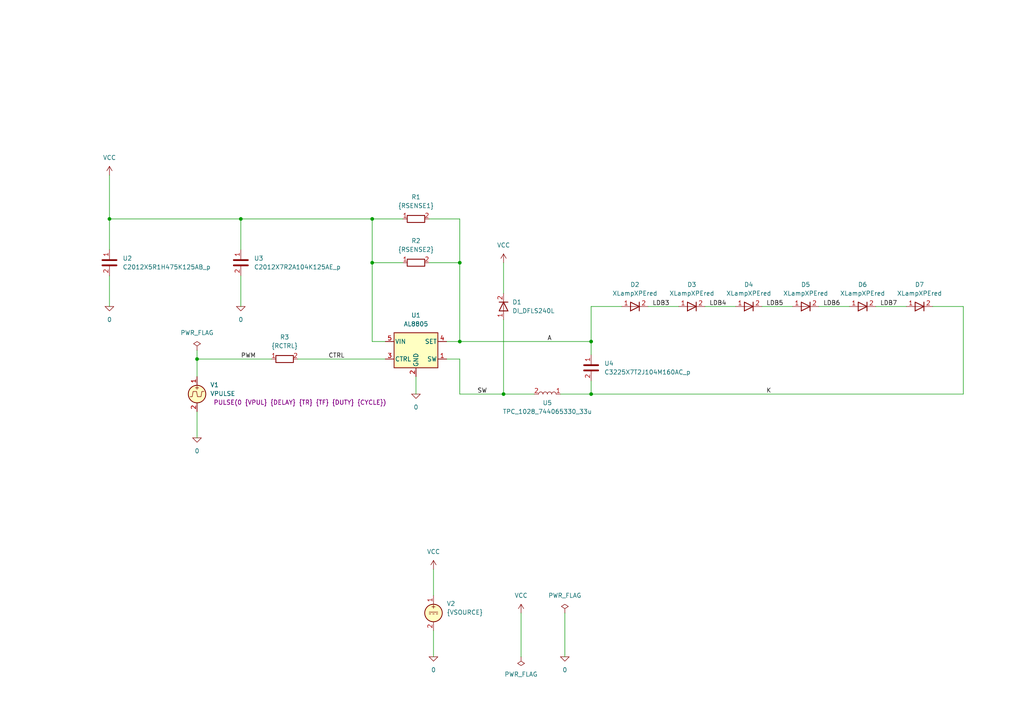
<source format=kicad_sch>
(kicad_sch
	(version 20231120)
	(generator "eeschema")
	(generator_version "8.0")
	(uuid "a50d35b0-5d88-4245-93a8-1282ddd35bb7")
	(paper "A4")
	(title_block
		(title "High efficiency 36V/1A buck led driver. XP-E red.")
		(date "2024-07-12")
		(rev "1")
		(company "astroelectronic@")
		(comment 1 "-")
		(comment 2 "-")
		(comment 3 "-")
		(comment 4 "AE01003805")
	)
	(lib_symbols
		(symbol "AL8805:0"
			(power)
			(pin_names
				(offset 0)
			)
			(exclude_from_sim no)
			(in_bom yes)
			(on_board yes)
			(property "Reference" "#GND"
				(at 0 -2.54 0)
				(effects
					(font
						(size 1.27 1.27)
					)
					(hide yes)
				)
			)
			(property "Value" "0"
				(at 0 -1.778 0)
				(effects
					(font
						(size 1.27 1.27)
					)
				)
			)
			(property "Footprint" ""
				(at 0 0 0)
				(effects
					(font
						(size 1.27 1.27)
					)
					(hide yes)
				)
			)
			(property "Datasheet" "~"
				(at 0 0 0)
				(effects
					(font
						(size 1.27 1.27)
					)
					(hide yes)
				)
			)
			(property "Description" "0V reference potential for simulation"
				(at 0 0 0)
				(effects
					(font
						(size 1.27 1.27)
					)
					(hide yes)
				)
			)
			(property "ki_keywords" "simulation"
				(at 0 0 0)
				(effects
					(font
						(size 1.27 1.27)
					)
					(hide yes)
				)
			)
			(symbol "0_0_1"
				(polyline
					(pts
						(xy -1.27 0) (xy 0 -1.27) (xy 1.27 0) (xy -1.27 0)
					)
					(stroke
						(width 0)
						(type default)
					)
					(fill
						(type none)
					)
				)
			)
			(symbol "0_1_1"
				(pin power_in line
					(at 0 0 0)
					(length 0) hide
					(name "0"
						(effects
							(font
								(size 1.016 1.016)
							)
						)
					)
					(number "1"
						(effects
							(font
								(size 1.016 1.016)
							)
						)
					)
				)
			)
		)
		(symbol "AL8805:AL8805"
			(pin_names
				(offset 0.254)
			)
			(exclude_from_sim no)
			(in_bom yes)
			(on_board yes)
			(property "Reference" "U"
				(at -5.08 6.35 0)
				(effects
					(font
						(size 1.27 1.27)
					)
				)
			)
			(property "Value" "AL8805"
				(at 5.08 6.35 0)
				(effects
					(font
						(size 1.27 1.27)
					)
				)
			)
			(property "Footprint" "Package_TO_SOT_SMD:SOT-89-5"
				(at 1.27 -6.35 0)
				(effects
					(font
						(size 1.27 1.27)
						(italic yes)
					)
					(justify left)
					(hide yes)
				)
			)
			(property "Datasheet" "https://www.diodes.com/assets/Datasheets/products_inactive_data/AL8805.pdf"
				(at 0 -15.24 0)
				(effects
					(font
						(size 1.27 1.27)
					)
					(hide yes)
				)
			)
			(property "Description" "Constant current  LED driver, internal switch, up to 40V/1.2A, SOT-89-5"
				(at 0 0 0)
				(effects
					(font
						(size 1.27 1.27)
					)
					(hide yes)
				)
			)
			(property "ki_keywords" "Switching LED driver"
				(at 0 0 0)
				(effects
					(font
						(size 1.27 1.27)
					)
					(hide yes)
				)
			)
			(property "ki_fp_filters" "SOT?89*"
				(at 0 0 0)
				(effects
					(font
						(size 1.27 1.27)
					)
					(hide yes)
				)
			)
			(symbol "AL8805_0_1"
				(rectangle
					(start -6.35 5.08)
					(end 6.35 -5.08)
					(stroke
						(width 0.254)
						(type default)
					)
					(fill
						(type background)
					)
				)
			)
			(symbol "AL8805_1_1"
				(pin passive line
					(at 8.89 -2.54 180)
					(length 2.54)
					(name "SW"
						(effects
							(font
								(size 1.27 1.27)
							)
						)
					)
					(number "1"
						(effects
							(font
								(size 1.27 1.27)
							)
						)
					)
				)
				(pin power_in line
					(at 0 -7.62 90)
					(length 2.54)
					(name "GND"
						(effects
							(font
								(size 1.27 1.27)
							)
						)
					)
					(number "2"
						(effects
							(font
								(size 1.27 1.27)
							)
						)
					)
				)
				(pin passive line
					(at -8.89 -2.54 0)
					(length 2.54)
					(name "CTRL"
						(effects
							(font
								(size 1.27 1.27)
							)
						)
					)
					(number "3"
						(effects
							(font
								(size 1.27 1.27)
							)
						)
					)
				)
				(pin passive line
					(at 8.89 2.54 180)
					(length 2.54)
					(name "SET"
						(effects
							(font
								(size 1.27 1.27)
							)
						)
					)
					(number "4"
						(effects
							(font
								(size 1.27 1.27)
							)
						)
					)
				)
				(pin passive line
					(at -8.89 2.54 0)
					(length 2.54)
					(name "VIN"
						(effects
							(font
								(size 1.27 1.27)
							)
						)
					)
					(number "5"
						(effects
							(font
								(size 1.27 1.27)
							)
						)
					)
				)
			)
		)
		(symbol "AL8805:C"
			(pin_names
				(offset 0.254) hide)
			(exclude_from_sim no)
			(in_bom yes)
			(on_board yes)
			(property "Reference" "C"
				(at 0.635 2.54 0)
				(effects
					(font
						(size 1.27 1.27)
					)
					(justify left)
				)
			)
			(property "Value" "C"
				(at 0.635 -2.54 0)
				(effects
					(font
						(size 1.27 1.27)
					)
					(justify left)
				)
			)
			(property "Footprint" ""
				(at 0.9652 -3.81 0)
				(effects
					(font
						(size 1.27 1.27)
					)
					(hide yes)
				)
			)
			(property "Datasheet" "~"
				(at 0 0 0)
				(effects
					(font
						(size 1.27 1.27)
					)
					(hide yes)
				)
			)
			(property "Description" "Unpolarized capacitor"
				(at 0 0 0)
				(effects
					(font
						(size 1.27 1.27)
					)
					(hide yes)
				)
			)
			(property "ki_keywords" "cap capacitor"
				(at 0 0 0)
				(effects
					(font
						(size 1.27 1.27)
					)
					(hide yes)
				)
			)
			(property "ki_fp_filters" "C_*"
				(at 0 0 0)
				(effects
					(font
						(size 1.27 1.27)
					)
					(hide yes)
				)
			)
			(symbol "C_0_1"
				(polyline
					(pts
						(xy -2.032 -0.762) (xy 2.032 -0.762)
					)
					(stroke
						(width 0.508)
						(type default)
					)
					(fill
						(type none)
					)
				)
				(polyline
					(pts
						(xy -2.032 0.762) (xy 2.032 0.762)
					)
					(stroke
						(width 0.508)
						(type default)
					)
					(fill
						(type none)
					)
				)
			)
			(symbol "C_1_1"
				(pin passive line
					(at 0 3.81 270)
					(length 2.794)
					(name "~"
						(effects
							(font
								(size 1.27 1.27)
							)
						)
					)
					(number "1"
						(effects
							(font
								(size 1.27 1.27)
							)
						)
					)
				)
				(pin passive line
					(at 0 -3.81 90)
					(length 2.794)
					(name "~"
						(effects
							(font
								(size 1.27 1.27)
							)
						)
					)
					(number "2"
						(effects
							(font
								(size 1.27 1.27)
							)
						)
					)
				)
			)
		)
		(symbol "AL8805:DIODE"
			(pin_names
				(offset 1.016) hide)
			(exclude_from_sim no)
			(in_bom yes)
			(on_board yes)
			(property "Reference" "D"
				(at 0 2.54 0)
				(effects
					(font
						(size 1.27 1.27)
					)
				)
			)
			(property "Value" "${SIM.PARAMS}"
				(at 0 -2.54 0)
				(effects
					(font
						(size 1.27 1.27)
					)
				)
			)
			(property "Footprint" ""
				(at 0 0 0)
				(effects
					(font
						(size 1.27 1.27)
					)
					(hide yes)
				)
			)
			(property "Datasheet" "~"
				(at 0 0 0)
				(effects
					(font
						(size 1.27 1.27)
					)
					(hide yes)
				)
			)
			(property "Description" "Diode, anode on pin 1, for simulation only!"
				(at 0 0 0)
				(effects
					(font
						(size 1.27 1.27)
					)
					(hide yes)
				)
			)
			(property "Sim.Pins" "1=1 2=2"
				(at 0 0 0)
				(effects
					(font
						(size 1.27 1.27)
					)
					(hide yes)
				)
			)
			(property "Sim.Device" "SPICE"
				(at 0 0 0)
				(effects
					(font
						(size 1.27 1.27)
					)
					(justify left)
					(hide yes)
				)
			)
			(property "Sim.Params" "type=\"D\" model=\"DIODE\" lib=\"\""
				(at 0 0 0)
				(effects
					(font
						(size 1.27 1.27)
					)
					(hide yes)
				)
			)
			(property "Spice_Netlist_Enabled" "Y"
				(at 0 0 0)
				(effects
					(font
						(size 1.27 1.27)
					)
					(justify left)
					(hide yes)
				)
			)
			(property "ki_keywords" "simulation"
				(at 0 0 0)
				(effects
					(font
						(size 1.27 1.27)
					)
					(hide yes)
				)
			)
			(symbol "DIODE_0_1"
				(polyline
					(pts
						(xy 1.27 0) (xy -1.27 0)
					)
					(stroke
						(width 0)
						(type default)
					)
					(fill
						(type none)
					)
				)
				(polyline
					(pts
						(xy 1.27 1.27) (xy 1.27 -1.27)
					)
					(stroke
						(width 0.254)
						(type default)
					)
					(fill
						(type none)
					)
				)
				(polyline
					(pts
						(xy -1.27 -1.27) (xy -1.27 1.27) (xy 1.27 0) (xy -1.27 -1.27)
					)
					(stroke
						(width 0.254)
						(type default)
					)
					(fill
						(type none)
					)
				)
			)
			(symbol "DIODE_1_1"
				(pin passive line
					(at -3.81 0 0)
					(length 2.54)
					(name "A"
						(effects
							(font
								(size 1.27 1.27)
							)
						)
					)
					(number "1"
						(effects
							(font
								(size 1.27 1.27)
							)
						)
					)
				)
				(pin passive line
					(at 3.81 0 180)
					(length 2.54)
					(name "K"
						(effects
							(font
								(size 1.27 1.27)
							)
						)
					)
					(number "2"
						(effects
							(font
								(size 1.27 1.27)
							)
						)
					)
				)
			)
		)
		(symbol "AL8805:L"
			(pin_names
				(offset 1.016) hide)
			(exclude_from_sim no)
			(in_bom yes)
			(on_board yes)
			(property "Reference" "L"
				(at -1.27 0 90)
				(effects
					(font
						(size 1.27 1.27)
					)
				)
			)
			(property "Value" "L"
				(at 1.905 0 90)
				(effects
					(font
						(size 1.27 1.27)
					)
				)
			)
			(property "Footprint" ""
				(at 0 0 0)
				(effects
					(font
						(size 1.27 1.27)
					)
					(hide yes)
				)
			)
			(property "Datasheet" "~"
				(at 0 0 0)
				(effects
					(font
						(size 1.27 1.27)
					)
					(hide yes)
				)
			)
			(property "Description" "Inductor"
				(at 0 0 0)
				(effects
					(font
						(size 1.27 1.27)
					)
					(hide yes)
				)
			)
			(property "ki_keywords" "inductor choke coil reactor magnetic"
				(at 0 0 0)
				(effects
					(font
						(size 1.27 1.27)
					)
					(hide yes)
				)
			)
			(property "ki_fp_filters" "Choke_* *Coil* Inductor_* L_*"
				(at 0 0 0)
				(effects
					(font
						(size 1.27 1.27)
					)
					(hide yes)
				)
			)
			(symbol "L_0_1"
				(arc
					(start 0 -2.54)
					(mid 0.6323 -1.905)
					(end 0 -1.27)
					(stroke
						(width 0)
						(type default)
					)
					(fill
						(type none)
					)
				)
				(arc
					(start 0 -1.27)
					(mid 0.6323 -0.635)
					(end 0 0)
					(stroke
						(width 0)
						(type default)
					)
					(fill
						(type none)
					)
				)
				(arc
					(start 0 0)
					(mid 0.6323 0.635)
					(end 0 1.27)
					(stroke
						(width 0)
						(type default)
					)
					(fill
						(type none)
					)
				)
				(arc
					(start 0 1.27)
					(mid 0.6323 1.905)
					(end 0 2.54)
					(stroke
						(width 0)
						(type default)
					)
					(fill
						(type none)
					)
				)
			)
			(symbol "L_1_1"
				(pin passive line
					(at 0 3.81 270)
					(length 1.27)
					(name "1"
						(effects
							(font
								(size 1.27 1.27)
							)
						)
					)
					(number "1"
						(effects
							(font
								(size 1.27 1.27)
							)
						)
					)
				)
				(pin passive line
					(at 0 -3.81 90)
					(length 1.27)
					(name "2"
						(effects
							(font
								(size 1.27 1.27)
							)
						)
					)
					(number "2"
						(effects
							(font
								(size 1.27 1.27)
							)
						)
					)
				)
			)
		)
		(symbol "AL8805:PWR_FLAG"
			(power)
			(pin_numbers hide)
			(pin_names
				(offset 0) hide)
			(exclude_from_sim no)
			(in_bom yes)
			(on_board yes)
			(property "Reference" "#FLG"
				(at 0 1.905 0)
				(effects
					(font
						(size 1.27 1.27)
					)
					(hide yes)
				)
			)
			(property "Value" "PWR_FLAG"
				(at 0 3.81 0)
				(effects
					(font
						(size 1.27 1.27)
					)
				)
			)
			(property "Footprint" ""
				(at 0 0 0)
				(effects
					(font
						(size 1.27 1.27)
					)
					(hide yes)
				)
			)
			(property "Datasheet" "~"
				(at 0 0 0)
				(effects
					(font
						(size 1.27 1.27)
					)
					(hide yes)
				)
			)
			(property "Description" "Special symbol for telling ERC where power comes from"
				(at 0 0 0)
				(effects
					(font
						(size 1.27 1.27)
					)
					(hide yes)
				)
			)
			(property "ki_keywords" "flag power"
				(at 0 0 0)
				(effects
					(font
						(size 1.27 1.27)
					)
					(hide yes)
				)
			)
			(symbol "PWR_FLAG_0_0"
				(pin power_out line
					(at 0 0 90)
					(length 0)
					(name "pwr"
						(effects
							(font
								(size 1.27 1.27)
							)
						)
					)
					(number "1"
						(effects
							(font
								(size 1.27 1.27)
							)
						)
					)
				)
			)
			(symbol "PWR_FLAG_0_1"
				(polyline
					(pts
						(xy 0 0) (xy 0 1.27) (xy -1.016 1.905) (xy 0 2.54) (xy 1.016 1.905) (xy 0 1.27)
					)
					(stroke
						(width 0)
						(type default)
					)
					(fill
						(type none)
					)
				)
			)
		)
		(symbol "AL8805:R"
			(pin_names
				(offset 0) hide)
			(exclude_from_sim no)
			(in_bom yes)
			(on_board yes)
			(property "Reference" "R"
				(at 2.032 0 90)
				(effects
					(font
						(size 1.27 1.27)
					)
				)
			)
			(property "Value" "R"
				(at 0 0 90)
				(effects
					(font
						(size 1.27 1.27)
					)
				)
			)
			(property "Footprint" ""
				(at -1.778 0 90)
				(effects
					(font
						(size 1.27 1.27)
					)
					(hide yes)
				)
			)
			(property "Datasheet" "~"
				(at 0 0 0)
				(effects
					(font
						(size 1.27 1.27)
					)
					(hide yes)
				)
			)
			(property "Description" "Resistor"
				(at 0 0 0)
				(effects
					(font
						(size 1.27 1.27)
					)
					(hide yes)
				)
			)
			(property "ki_keywords" "R res resistor"
				(at 0 0 0)
				(effects
					(font
						(size 1.27 1.27)
					)
					(hide yes)
				)
			)
			(property "ki_fp_filters" "R_*"
				(at 0 0 0)
				(effects
					(font
						(size 1.27 1.27)
					)
					(hide yes)
				)
			)
			(symbol "R_0_1"
				(rectangle
					(start -1.016 -2.54)
					(end 1.016 2.54)
					(stroke
						(width 0.254)
						(type default)
					)
					(fill
						(type none)
					)
				)
			)
			(symbol "R_1_1"
				(pin passive line
					(at 0 3.81 270)
					(length 1.27)
					(name "~"
						(effects
							(font
								(size 1.27 1.27)
							)
						)
					)
					(number "1"
						(effects
							(font
								(size 1.27 1.27)
							)
						)
					)
				)
				(pin passive line
					(at 0 -3.81 90)
					(length 1.27)
					(name "~"
						(effects
							(font
								(size 1.27 1.27)
							)
						)
					)
					(number "2"
						(effects
							(font
								(size 1.27 1.27)
							)
						)
					)
				)
			)
		)
		(symbol "AL8805:VCC"
			(power)
			(pin_names
				(offset 0)
			)
			(exclude_from_sim no)
			(in_bom yes)
			(on_board yes)
			(property "Reference" "#PWR"
				(at 0 -3.81 0)
				(effects
					(font
						(size 1.27 1.27)
					)
					(hide yes)
				)
			)
			(property "Value" "VCC"
				(at 0 3.81 0)
				(effects
					(font
						(size 1.27 1.27)
					)
				)
			)
			(property "Footprint" ""
				(at 0 0 0)
				(effects
					(font
						(size 1.27 1.27)
					)
					(hide yes)
				)
			)
			(property "Datasheet" ""
				(at 0 0 0)
				(effects
					(font
						(size 1.27 1.27)
					)
					(hide yes)
				)
			)
			(property "Description" "Power symbol creates a global label with name \"VCC\""
				(at 0 0 0)
				(effects
					(font
						(size 1.27 1.27)
					)
					(hide yes)
				)
			)
			(property "ki_keywords" "global power"
				(at 0 0 0)
				(effects
					(font
						(size 1.27 1.27)
					)
					(hide yes)
				)
			)
			(symbol "VCC_0_1"
				(polyline
					(pts
						(xy -0.762 1.27) (xy 0 2.54)
					)
					(stroke
						(width 0)
						(type default)
					)
					(fill
						(type none)
					)
				)
				(polyline
					(pts
						(xy 0 0) (xy 0 2.54)
					)
					(stroke
						(width 0)
						(type default)
					)
					(fill
						(type none)
					)
				)
				(polyline
					(pts
						(xy 0 2.54) (xy 0.762 1.27)
					)
					(stroke
						(width 0)
						(type default)
					)
					(fill
						(type none)
					)
				)
			)
			(symbol "VCC_1_1"
				(pin power_in line
					(at 0 0 90)
					(length 0) hide
					(name "VCC"
						(effects
							(font
								(size 1.27 1.27)
							)
						)
					)
					(number "1"
						(effects
							(font
								(size 1.27 1.27)
							)
						)
					)
				)
			)
		)
		(symbol "AL8805:VDC"
			(pin_names
				(offset 0.0254)
			)
			(exclude_from_sim no)
			(in_bom yes)
			(on_board yes)
			(property "Reference" "V"
				(at 2.54 2.54 0)
				(effects
					(font
						(size 1.27 1.27)
					)
					(justify left)
				)
			)
			(property "Value" "1"
				(at 2.54 0 0)
				(effects
					(font
						(size 1.27 1.27)
					)
					(justify left)
				)
			)
			(property "Footprint" ""
				(at 0 0 0)
				(effects
					(font
						(size 1.27 1.27)
					)
					(hide yes)
				)
			)
			(property "Datasheet" "~"
				(at 0 0 0)
				(effects
					(font
						(size 1.27 1.27)
					)
					(hide yes)
				)
			)
			(property "Description" "Voltage source, DC"
				(at 0 0 0)
				(effects
					(font
						(size 1.27 1.27)
					)
					(hide yes)
				)
			)
			(property "Sim.Pins" "1=+ 2=-"
				(at 0 0 0)
				(effects
					(font
						(size 1.27 1.27)
					)
					(hide yes)
				)
			)
			(property "Sim.Type" "DC"
				(at 0 0 0)
				(effects
					(font
						(size 1.27 1.27)
					)
					(hide yes)
				)
			)
			(property "Sim.Device" "V"
				(at 0 0 0)
				(effects
					(font
						(size 1.27 1.27)
					)
					(justify left)
					(hide yes)
				)
			)
			(property "Spice_Netlist_Enabled" "Y"
				(at 0 0 0)
				(effects
					(font
						(size 1.27 1.27)
					)
					(justify left)
					(hide yes)
				)
			)
			(property "ki_keywords" "simulation"
				(at 0 0 0)
				(effects
					(font
						(size 1.27 1.27)
					)
					(hide yes)
				)
			)
			(symbol "VDC_0_0"
				(polyline
					(pts
						(xy -1.27 0.254) (xy 1.27 0.254)
					)
					(stroke
						(width 0)
						(type default)
					)
					(fill
						(type none)
					)
				)
				(polyline
					(pts
						(xy -0.762 -0.254) (xy -1.27 -0.254)
					)
					(stroke
						(width 0)
						(type default)
					)
					(fill
						(type none)
					)
				)
				(polyline
					(pts
						(xy 0.254 -0.254) (xy -0.254 -0.254)
					)
					(stroke
						(width 0)
						(type default)
					)
					(fill
						(type none)
					)
				)
				(polyline
					(pts
						(xy 1.27 -0.254) (xy 0.762 -0.254)
					)
					(stroke
						(width 0)
						(type default)
					)
					(fill
						(type none)
					)
				)
				(text "+"
					(at 0 1.905 0)
					(effects
						(font
							(size 1.27 1.27)
						)
					)
				)
			)
			(symbol "VDC_0_1"
				(circle
					(center 0 0)
					(radius 2.54)
					(stroke
						(width 0.254)
						(type default)
					)
					(fill
						(type background)
					)
				)
			)
			(symbol "VDC_1_1"
				(pin passive line
					(at 0 5.08 270)
					(length 2.54)
					(name "~"
						(effects
							(font
								(size 1.27 1.27)
							)
						)
					)
					(number "1"
						(effects
							(font
								(size 1.27 1.27)
							)
						)
					)
				)
				(pin passive line
					(at 0 -5.08 90)
					(length 2.54)
					(name "~"
						(effects
							(font
								(size 1.27 1.27)
							)
						)
					)
					(number "2"
						(effects
							(font
								(size 1.27 1.27)
							)
						)
					)
				)
			)
		)
		(symbol "AL8805:VPULSE"
			(pin_names
				(offset 0.0254) hide)
			(exclude_from_sim no)
			(in_bom yes)
			(on_board yes)
			(property "Reference" "V"
				(at 2.54 2.54 0)
				(effects
					(font
						(size 1.27 1.27)
					)
					(justify left)
				)
			)
			(property "Value" "VPULSE"
				(at 2.54 0 0)
				(effects
					(font
						(size 1.27 1.27)
					)
					(justify left)
				)
			)
			(property "Footprint" ""
				(at 0 0 0)
				(effects
					(font
						(size 1.27 1.27)
					)
					(hide yes)
				)
			)
			(property "Datasheet" "~"
				(at 0 0 0)
				(effects
					(font
						(size 1.27 1.27)
					)
					(hide yes)
				)
			)
			(property "Description" "Voltage source, pulse"
				(at 0 0 0)
				(effects
					(font
						(size 1.27 1.27)
					)
					(hide yes)
				)
			)
			(property "Sim.Pins" "1=+ 2=-"
				(at 0 0 0)
				(effects
					(font
						(size 1.27 1.27)
					)
					(hide yes)
				)
			)
			(property "Sim.Type" "PULSE"
				(at 0 0 0)
				(effects
					(font
						(size 1.27 1.27)
					)
					(hide yes)
				)
			)
			(property "Sim.Device" "V"
				(at 0 0 0)
				(effects
					(font
						(size 1.27 1.27)
					)
					(justify left)
					(hide yes)
				)
			)
			(property "Sim.Params" "y1=0 y2=1 td=2n tr=2n tf=2n tw=50n per=100n"
				(at 2.54 -2.54 0)
				(effects
					(font
						(size 1.27 1.27)
					)
					(justify left)
				)
			)
			(property "Spice_Netlist_Enabled" "Y"
				(at 0 0 0)
				(effects
					(font
						(size 1.27 1.27)
					)
					(justify left)
					(hide yes)
				)
			)
			(property "ki_keywords" "simulation"
				(at 0 0 0)
				(effects
					(font
						(size 1.27 1.27)
					)
					(hide yes)
				)
			)
			(symbol "VPULSE_0_0"
				(polyline
					(pts
						(xy -2.032 -0.762) (xy -1.397 -0.762) (xy -1.143 0.762) (xy -0.127 0.762) (xy 0.127 -0.762) (xy 1.143 -0.762)
						(xy 1.397 0.762) (xy 2.032 0.762)
					)
					(stroke
						(width 0)
						(type default)
					)
					(fill
						(type none)
					)
				)
				(text "+"
					(at 0 1.905 0)
					(effects
						(font
							(size 1.27 1.27)
						)
					)
				)
			)
			(symbol "VPULSE_0_1"
				(circle
					(center 0 0)
					(radius 2.54)
					(stroke
						(width 0.254)
						(type default)
					)
					(fill
						(type background)
					)
				)
			)
			(symbol "VPULSE_1_1"
				(pin passive line
					(at 0 5.08 270)
					(length 2.54)
					(name "~"
						(effects
							(font
								(size 1.27 1.27)
							)
						)
					)
					(number "1"
						(effects
							(font
								(size 1.27 1.27)
							)
						)
					)
				)
				(pin passive line
					(at 0 -5.08 90)
					(length 2.54)
					(name "~"
						(effects
							(font
								(size 1.27 1.27)
							)
						)
					)
					(number "2"
						(effects
							(font
								(size 1.27 1.27)
							)
						)
					)
				)
			)
		)
		(symbol "C_1"
			(pin_names
				(offset 0.254) hide)
			(exclude_from_sim no)
			(in_bom yes)
			(on_board yes)
			(property "Reference" "C"
				(at 0.635 2.54 0)
				(effects
					(font
						(size 1.27 1.27)
					)
					(justify left)
				)
			)
			(property "Value" "C_1"
				(at 0.635 -2.54 0)
				(effects
					(font
						(size 1.27 1.27)
					)
					(justify left)
				)
			)
			(property "Footprint" ""
				(at 0.9652 -3.81 0)
				(effects
					(font
						(size 1.27 1.27)
					)
					(hide yes)
				)
			)
			(property "Datasheet" "~"
				(at 0 0 0)
				(effects
					(font
						(size 1.27 1.27)
					)
					(hide yes)
				)
			)
			(property "Description" "Unpolarized capacitor"
				(at 0 0 0)
				(effects
					(font
						(size 1.27 1.27)
					)
					(hide yes)
				)
			)
			(property "ki_keywords" "cap capacitor"
				(at 0 0 0)
				(effects
					(font
						(size 1.27 1.27)
					)
					(hide yes)
				)
			)
			(property "ki_fp_filters" "C_*"
				(at 0 0 0)
				(effects
					(font
						(size 1.27 1.27)
					)
					(hide yes)
				)
			)
			(symbol "C_1_0_1"
				(polyline
					(pts
						(xy -2.032 -0.762) (xy 2.032 -0.762)
					)
					(stroke
						(width 0.508)
						(type default)
					)
					(fill
						(type none)
					)
				)
				(polyline
					(pts
						(xy -2.032 0.762) (xy 2.032 0.762)
					)
					(stroke
						(width 0.508)
						(type default)
					)
					(fill
						(type none)
					)
				)
			)
			(symbol "C_1_1_1"
				(pin passive line
					(at 0 3.81 270)
					(length 2.794)
					(name "~"
						(effects
							(font
								(size 1.27 1.27)
							)
						)
					)
					(number "1"
						(effects
							(font
								(size 1.27 1.27)
							)
						)
					)
				)
				(pin passive line
					(at 0 -3.81 90)
					(length 2.794)
					(name "~"
						(effects
							(font
								(size 1.27 1.27)
							)
						)
					)
					(number "2"
						(effects
							(font
								(size 1.27 1.27)
							)
						)
					)
				)
			)
		)
		(symbol "C_2"
			(pin_names
				(offset 0.254) hide)
			(exclude_from_sim no)
			(in_bom yes)
			(on_board yes)
			(property "Reference" "C"
				(at 0.635 2.54 0)
				(effects
					(font
						(size 1.27 1.27)
					)
					(justify left)
				)
			)
			(property "Value" "C_2"
				(at 0.635 -2.54 0)
				(effects
					(font
						(size 1.27 1.27)
					)
					(justify left)
				)
			)
			(property "Footprint" ""
				(at 0.9652 -3.81 0)
				(effects
					(font
						(size 1.27 1.27)
					)
					(hide yes)
				)
			)
			(property "Datasheet" "~"
				(at 0 0 0)
				(effects
					(font
						(size 1.27 1.27)
					)
					(hide yes)
				)
			)
			(property "Description" "Unpolarized capacitor"
				(at 0 0 0)
				(effects
					(font
						(size 1.27 1.27)
					)
					(hide yes)
				)
			)
			(property "ki_keywords" "cap capacitor"
				(at 0 0 0)
				(effects
					(font
						(size 1.27 1.27)
					)
					(hide yes)
				)
			)
			(property "ki_fp_filters" "C_*"
				(at 0 0 0)
				(effects
					(font
						(size 1.27 1.27)
					)
					(hide yes)
				)
			)
			(symbol "C_2_0_1"
				(polyline
					(pts
						(xy -2.032 -0.762) (xy 2.032 -0.762)
					)
					(stroke
						(width 0.508)
						(type default)
					)
					(fill
						(type none)
					)
				)
				(polyline
					(pts
						(xy -2.032 0.762) (xy 2.032 0.762)
					)
					(stroke
						(width 0.508)
						(type default)
					)
					(fill
						(type none)
					)
				)
			)
			(symbol "C_2_1_1"
				(pin passive line
					(at 0 3.81 270)
					(length 2.794)
					(name "~"
						(effects
							(font
								(size 1.27 1.27)
							)
						)
					)
					(number "1"
						(effects
							(font
								(size 1.27 1.27)
							)
						)
					)
				)
				(pin passive line
					(at 0 -3.81 90)
					(length 2.794)
					(name "~"
						(effects
							(font
								(size 1.27 1.27)
							)
						)
					)
					(number "2"
						(effects
							(font
								(size 1.27 1.27)
							)
						)
					)
				)
			)
		)
		(symbol "R_1"
			(pin_names
				(offset 0) hide)
			(exclude_from_sim no)
			(in_bom yes)
			(on_board yes)
			(property "Reference" "R"
				(at 2.032 0 90)
				(effects
					(font
						(size 1.27 1.27)
					)
				)
			)
			(property "Value" "R_1"
				(at 0 0 90)
				(effects
					(font
						(size 1.27 1.27)
					)
				)
			)
			(property "Footprint" ""
				(at -1.778 0 90)
				(effects
					(font
						(size 1.27 1.27)
					)
					(hide yes)
				)
			)
			(property "Datasheet" "~"
				(at 0 0 0)
				(effects
					(font
						(size 1.27 1.27)
					)
					(hide yes)
				)
			)
			(property "Description" "Resistor"
				(at 0 0 0)
				(effects
					(font
						(size 1.27 1.27)
					)
					(hide yes)
				)
			)
			(property "ki_keywords" "R res resistor"
				(at 0 0 0)
				(effects
					(font
						(size 1.27 1.27)
					)
					(hide yes)
				)
			)
			(property "ki_fp_filters" "R_*"
				(at 0 0 0)
				(effects
					(font
						(size 1.27 1.27)
					)
					(hide yes)
				)
			)
			(symbol "R_1_0_1"
				(rectangle
					(start -1.016 -2.54)
					(end 1.016 2.54)
					(stroke
						(width 0.254)
						(type default)
					)
					(fill
						(type none)
					)
				)
			)
			(symbol "R_1_1_1"
				(pin passive line
					(at 0 3.81 270)
					(length 1.27)
					(name "~"
						(effects
							(font
								(size 1.27 1.27)
							)
						)
					)
					(number "1"
						(effects
							(font
								(size 1.27 1.27)
							)
						)
					)
				)
				(pin passive line
					(at 0 -3.81 90)
					(length 1.27)
					(name "~"
						(effects
							(font
								(size 1.27 1.27)
							)
						)
					)
					(number "2"
						(effects
							(font
								(size 1.27 1.27)
							)
						)
					)
				)
			)
		)
		(symbol "R_2"
			(pin_names
				(offset 0) hide)
			(exclude_from_sim no)
			(in_bom yes)
			(on_board yes)
			(property "Reference" "R"
				(at 2.032 0 90)
				(effects
					(font
						(size 1.27 1.27)
					)
				)
			)
			(property "Value" "R_2"
				(at 0 0 90)
				(effects
					(font
						(size 1.27 1.27)
					)
				)
			)
			(property "Footprint" ""
				(at -1.778 0 90)
				(effects
					(font
						(size 1.27 1.27)
					)
					(hide yes)
				)
			)
			(property "Datasheet" "~"
				(at 0 0 0)
				(effects
					(font
						(size 1.27 1.27)
					)
					(hide yes)
				)
			)
			(property "Description" "Resistor"
				(at 0 0 0)
				(effects
					(font
						(size 1.27 1.27)
					)
					(hide yes)
				)
			)
			(property "ki_keywords" "R res resistor"
				(at 0 0 0)
				(effects
					(font
						(size 1.27 1.27)
					)
					(hide yes)
				)
			)
			(property "ki_fp_filters" "R_*"
				(at 0 0 0)
				(effects
					(font
						(size 1.27 1.27)
					)
					(hide yes)
				)
			)
			(symbol "R_2_0_1"
				(rectangle
					(start -1.016 -2.54)
					(end 1.016 2.54)
					(stroke
						(width 0.254)
						(type default)
					)
					(fill
						(type none)
					)
				)
			)
			(symbol "R_2_1_1"
				(pin passive line
					(at 0 3.81 270)
					(length 1.27)
					(name "~"
						(effects
							(font
								(size 1.27 1.27)
							)
						)
					)
					(number "1"
						(effects
							(font
								(size 1.27 1.27)
							)
						)
					)
				)
				(pin passive line
					(at 0 -3.81 90)
					(length 1.27)
					(name "~"
						(effects
							(font
								(size 1.27 1.27)
							)
						)
					)
					(number "2"
						(effects
							(font
								(size 1.27 1.27)
							)
						)
					)
				)
			)
		)
	)
	(junction
		(at 69.85 63.5)
		(diameter 0)
		(color 0 0 0 0)
		(uuid "021ad581-bfe1-4f2c-a043-dc783413eddc")
	)
	(junction
		(at 31.75 63.5)
		(diameter 0)
		(color 0 0 0 0)
		(uuid "168e370b-8e8f-4d77-9f78-7c59b4b1d7d1")
	)
	(junction
		(at 146.05 114.3)
		(diameter 0)
		(color 0 0 0 0)
		(uuid "97a9322c-c719-4fa2-b087-e0296589810d")
	)
	(junction
		(at 133.35 99.06)
		(diameter 0)
		(color 0 0 0 0)
		(uuid "a1278c37-8b41-43aa-8d78-9d5445827647")
	)
	(junction
		(at 171.45 114.3)
		(diameter 0)
		(color 0 0 0 0)
		(uuid "a2c8bb26-9b3c-46b8-8114-d8dfa0ed7cd2")
	)
	(junction
		(at 57.15 104.14)
		(diameter 0)
		(color 0 0 0 0)
		(uuid "a61fea71-4793-44c3-9e50-bcd603af9b06")
	)
	(junction
		(at 133.35 76.2)
		(diameter 0)
		(color 0 0 0 0)
		(uuid "b8c69e57-ef3d-489f-baf7-6becb50618c2")
	)
	(junction
		(at 171.45 99.06)
		(diameter 0)
		(color 0 0 0 0)
		(uuid "c557911c-5ee5-435e-b04a-508b321478dd")
	)
	(junction
		(at 107.95 63.5)
		(diameter 0)
		(color 0 0 0 0)
		(uuid "d1f0b821-1aac-422e-b137-a38526192b5c")
	)
	(junction
		(at 107.95 76.2)
		(diameter 0)
		(color 0 0 0 0)
		(uuid "e5a9238f-d204-4063-b2c2-b19b96e79781")
	)
	(wire
		(pts
			(xy 133.35 76.2) (xy 124.46 76.2)
		)
		(stroke
			(width 0)
			(type default)
		)
		(uuid "01c7e703-32dd-490c-ab27-ef28c4a8f987")
	)
	(wire
		(pts
			(xy 171.45 99.06) (xy 171.45 88.9)
		)
		(stroke
			(width 0)
			(type default)
		)
		(uuid "07e9ed99-5315-4f11-88f8-3b0e77b62a09")
	)
	(wire
		(pts
			(xy 279.4 88.9) (xy 279.4 114.3)
		)
		(stroke
			(width 0)
			(type default)
		)
		(uuid "0a58816b-15f8-4c9e-9fee-468e874eee26")
	)
	(wire
		(pts
			(xy 162.56 114.3) (xy 171.45 114.3)
		)
		(stroke
			(width 0)
			(type default)
		)
		(uuid "0aa8e3b0-d0fa-4450-95b4-568e3f7b024d")
	)
	(wire
		(pts
			(xy 163.83 177.8) (xy 163.83 190.5)
		)
		(stroke
			(width 0)
			(type default)
		)
		(uuid "0f720556-4d91-446a-8c28-ddebdeaba64a")
	)
	(wire
		(pts
			(xy 133.35 63.5) (xy 133.35 76.2)
		)
		(stroke
			(width 0)
			(type default)
		)
		(uuid "11b85482-d407-46d2-a0f4-c6c60a2ae39d")
	)
	(wire
		(pts
			(xy 31.75 63.5) (xy 31.75 72.39)
		)
		(stroke
			(width 0)
			(type default)
		)
		(uuid "2018f8e2-47e6-40ef-804a-941edea97886")
	)
	(wire
		(pts
			(xy 120.65 109.22) (xy 120.65 114.3)
		)
		(stroke
			(width 0)
			(type default)
		)
		(uuid "20e3603a-e89c-48aa-9f6e-77620c03d598")
	)
	(wire
		(pts
			(xy 31.75 50.8) (xy 31.75 63.5)
		)
		(stroke
			(width 0)
			(type default)
		)
		(uuid "2dfe437d-9ab4-4326-a69c-036821b7fc85")
	)
	(wire
		(pts
			(xy 69.85 63.5) (xy 107.95 63.5)
		)
		(stroke
			(width 0)
			(type default)
		)
		(uuid "2f417abd-ca4e-4ba2-b68d-cc53bfb478e9")
	)
	(wire
		(pts
			(xy 133.35 99.06) (xy 133.35 76.2)
		)
		(stroke
			(width 0)
			(type default)
		)
		(uuid "3431784f-484c-4f01-b32e-545b7b2e3c51")
	)
	(wire
		(pts
			(xy 107.95 99.06) (xy 107.95 76.2)
		)
		(stroke
			(width 0)
			(type default)
		)
		(uuid "429d9ea5-3da2-4c1b-8e1a-25dc7344d03b")
	)
	(wire
		(pts
			(xy 31.75 80.01) (xy 31.75 88.9)
		)
		(stroke
			(width 0)
			(type default)
		)
		(uuid "4a3fd225-4a2f-4a6d-b982-33280ab9804a")
	)
	(wire
		(pts
			(xy 171.45 99.06) (xy 171.45 102.87)
		)
		(stroke
			(width 0)
			(type default)
		)
		(uuid "4db8a0b0-3529-48d5-85c8-d1f3b4d660e1")
	)
	(wire
		(pts
			(xy 187.96 88.9) (xy 196.85 88.9)
		)
		(stroke
			(width 0)
			(type default)
		)
		(uuid "566dabce-d024-4f0f-8905-7e2b2afc2136")
	)
	(wire
		(pts
			(xy 146.05 92.71) (xy 146.05 114.3)
		)
		(stroke
			(width 0)
			(type default)
		)
		(uuid "58efe5d2-0977-477f-85dc-a2b9e758ee43")
	)
	(wire
		(pts
			(xy 254 88.9) (xy 262.89 88.9)
		)
		(stroke
			(width 0)
			(type default)
		)
		(uuid "59ad06bc-aafc-4d85-81ef-484074afa205")
	)
	(wire
		(pts
			(xy 204.47 88.9) (xy 213.36 88.9)
		)
		(stroke
			(width 0)
			(type default)
		)
		(uuid "5ce2ecab-f88d-412e-bc7f-92d69f522b95")
	)
	(wire
		(pts
			(xy 171.45 88.9) (xy 180.34 88.9)
		)
		(stroke
			(width 0)
			(type default)
		)
		(uuid "650f20fc-eab0-4be3-9f5d-fd1322775259")
	)
	(wire
		(pts
			(xy 171.45 110.49) (xy 171.45 114.3)
		)
		(stroke
			(width 0)
			(type default)
		)
		(uuid "6a432b4a-0a63-4dac-a6e5-9e35a3606e04")
	)
	(wire
		(pts
			(xy 220.98 88.9) (xy 229.87 88.9)
		)
		(stroke
			(width 0)
			(type default)
		)
		(uuid "7f1a2c45-d0db-4db3-9119-381f91f73046")
	)
	(wire
		(pts
			(xy 146.05 114.3) (xy 133.35 114.3)
		)
		(stroke
			(width 0)
			(type default)
		)
		(uuid "84692b50-df54-44db-961e-86b6db8c68ab")
	)
	(wire
		(pts
			(xy 57.15 119.38) (xy 57.15 127)
		)
		(stroke
			(width 0)
			(type default)
		)
		(uuid "8c8fc981-26f1-4f1d-8e2e-b00228f9e98e")
	)
	(wire
		(pts
			(xy 133.35 104.14) (xy 129.54 104.14)
		)
		(stroke
			(width 0)
			(type default)
		)
		(uuid "9055bbb4-7f1d-4906-8399-b9aaa7b16843")
	)
	(wire
		(pts
			(xy 69.85 63.5) (xy 69.85 72.39)
		)
		(stroke
			(width 0)
			(type default)
		)
		(uuid "9381057f-4fa5-4c63-bc33-8004d543fd66")
	)
	(wire
		(pts
			(xy 69.85 80.01) (xy 69.85 88.9)
		)
		(stroke
			(width 0)
			(type default)
		)
		(uuid "98782699-00a9-4a56-bad3-3d0bb34b2ab9")
	)
	(wire
		(pts
			(xy 151.13 177.8) (xy 151.13 190.5)
		)
		(stroke
			(width 0)
			(type default)
		)
		(uuid "98f199e7-4847-4ad3-a02d-664b932fbcaf")
	)
	(wire
		(pts
			(xy 107.95 76.2) (xy 107.95 63.5)
		)
		(stroke
			(width 0)
			(type default)
		)
		(uuid "9a02c457-c4de-47c2-9914-acf7cc8db995")
	)
	(wire
		(pts
			(xy 270.51 88.9) (xy 279.4 88.9)
		)
		(stroke
			(width 0)
			(type default)
		)
		(uuid "a09c138d-5a19-4f50-b909-6fc9b05fddbb")
	)
	(wire
		(pts
			(xy 86.36 104.14) (xy 111.76 104.14)
		)
		(stroke
			(width 0)
			(type default)
		)
		(uuid "a715a9bb-12c4-4c87-b92c-6d2e71049932")
	)
	(wire
		(pts
			(xy 133.35 99.06) (xy 171.45 99.06)
		)
		(stroke
			(width 0)
			(type default)
		)
		(uuid "b05dcea4-e955-4e79-ab94-acc34da4655e")
	)
	(wire
		(pts
			(xy 31.75 63.5) (xy 69.85 63.5)
		)
		(stroke
			(width 0)
			(type default)
		)
		(uuid "b836bfbf-e229-4302-8975-7148666660cf")
	)
	(wire
		(pts
			(xy 171.45 114.3) (xy 279.4 114.3)
		)
		(stroke
			(width 0)
			(type default)
		)
		(uuid "b865479a-a893-48e9-b72a-b9f7b6fdac94")
	)
	(wire
		(pts
			(xy 125.73 165.1) (xy 125.73 172.72)
		)
		(stroke
			(width 0)
			(type default)
		)
		(uuid "c12ab2d4-fb4d-4698-96b2-844f7f724fdc")
	)
	(wire
		(pts
			(xy 57.15 101.6) (xy 57.15 104.14)
		)
		(stroke
			(width 0)
			(type default)
		)
		(uuid "c463476e-3700-42c0-a9c6-e0e51d046484")
	)
	(wire
		(pts
			(xy 125.73 182.88) (xy 125.73 190.5)
		)
		(stroke
			(width 0)
			(type default)
		)
		(uuid "cddb09ad-8454-4df7-a7c0-3fac569efff4")
	)
	(wire
		(pts
			(xy 133.35 114.3) (xy 133.35 104.14)
		)
		(stroke
			(width 0)
			(type default)
		)
		(uuid "cf761663-9b18-4a39-a02a-b4fd1a6f66dd")
	)
	(wire
		(pts
			(xy 129.54 99.06) (xy 133.35 99.06)
		)
		(stroke
			(width 0)
			(type default)
		)
		(uuid "cf8c3d9b-3791-4147-8b99-dd7df4fcceb4")
	)
	(wire
		(pts
			(xy 57.15 104.14) (xy 57.15 109.22)
		)
		(stroke
			(width 0)
			(type default)
		)
		(uuid "d144cba8-856d-48c3-befd-2048f5da42a3")
	)
	(wire
		(pts
			(xy 111.76 99.06) (xy 107.95 99.06)
		)
		(stroke
			(width 0)
			(type default)
		)
		(uuid "d310fbb3-5e94-4b84-8b7a-434754fe3e03")
	)
	(wire
		(pts
			(xy 146.05 76.2) (xy 146.05 85.09)
		)
		(stroke
			(width 0)
			(type default)
		)
		(uuid "db72849d-a21e-4579-b31d-6f3973a624cf")
	)
	(wire
		(pts
			(xy 124.46 63.5) (xy 133.35 63.5)
		)
		(stroke
			(width 0)
			(type default)
		)
		(uuid "dfe63220-f817-496c-ba42-6406e8a976d4")
	)
	(wire
		(pts
			(xy 107.95 76.2) (xy 116.84 76.2)
		)
		(stroke
			(width 0)
			(type default)
		)
		(uuid "e3abc711-54c8-49bf-8e03-2641cc29e517")
	)
	(wire
		(pts
			(xy 237.49 88.9) (xy 246.38 88.9)
		)
		(stroke
			(width 0)
			(type default)
		)
		(uuid "eae7b86e-41a4-4cb6-a1ec-1bb81272ddfc")
	)
	(wire
		(pts
			(xy 107.95 63.5) (xy 116.84 63.5)
		)
		(stroke
			(width 0)
			(type default)
		)
		(uuid "ed5d763c-ca94-4903-904c-2872607513a1")
	)
	(wire
		(pts
			(xy 154.94 114.3) (xy 146.05 114.3)
		)
		(stroke
			(width 0)
			(type default)
		)
		(uuid "f42cc41d-4577-47ff-a9c0-3d2dd16ea611")
	)
	(wire
		(pts
			(xy 57.15 104.14) (xy 78.74 104.14)
		)
		(stroke
			(width 0)
			(type default)
		)
		(uuid "f8e1bae4-574a-4e0f-8cb9-ac6fed2d0785")
	)
	(label "LDB6"
		(at 238.76 88.9 0)
		(fields_autoplaced yes)
		(effects
			(font
				(size 1.27 1.27)
			)
			(justify left bottom)
		)
		(uuid "05997a88-8bc2-44b1-9925-267f3368d2e7")
	)
	(label "LDB5"
		(at 222.25 88.9 0)
		(fields_autoplaced yes)
		(effects
			(font
				(size 1.27 1.27)
			)
			(justify left bottom)
		)
		(uuid "0b0ff971-8471-44ea-8add-3428a10c095c")
	)
	(label "A"
		(at 158.75 99.06 0)
		(fields_autoplaced yes)
		(effects
			(font
				(size 1.27 1.27)
			)
			(justify left bottom)
		)
		(uuid "33a8350a-50ef-401c-b514-9546b11682a2")
	)
	(label "CTRL"
		(at 95.25 104.14 0)
		(fields_autoplaced yes)
		(effects
			(font
				(size 1.27 1.27)
			)
			(justify left bottom)
		)
		(uuid "61fdd1aa-c46f-4792-9337-ec6468c796d2")
	)
	(label "LDB7"
		(at 255.27 88.9 0)
		(fields_autoplaced yes)
		(effects
			(font
				(size 1.27 1.27)
			)
			(justify left bottom)
		)
		(uuid "ac6191ac-cbee-407a-bc75-300e5d7b2360")
	)
	(label "SW"
		(at 138.43 114.3 0)
		(fields_autoplaced yes)
		(effects
			(font
				(size 1.27 1.27)
			)
			(justify left bottom)
		)
		(uuid "c14d4edd-d852-471c-a41f-9a1fdad9bde7")
	)
	(label "PWM"
		(at 69.85 104.14 0)
		(fields_autoplaced yes)
		(effects
			(font
				(size 1.27 1.27)
			)
			(justify left bottom)
		)
		(uuid "c17961a0-101f-4516-97b9-917fc5fdefe0")
	)
	(label "LDB3"
		(at 189.23 88.9 0)
		(fields_autoplaced yes)
		(effects
			(font
				(size 1.27 1.27)
			)
			(justify left bottom)
		)
		(uuid "da598309-b685-4bc6-8d8c-89778b17554a")
	)
	(label "K"
		(at 222.25 114.3 0)
		(fields_autoplaced yes)
		(effects
			(font
				(size 1.27 1.27)
			)
			(justify left bottom)
		)
		(uuid "de7f6e92-dc18-42e8-a048-ca4e68bd2b26")
	)
	(label "LDB4"
		(at 205.74 88.9 0)
		(fields_autoplaced yes)
		(effects
			(font
				(size 1.27 1.27)
			)
			(justify left bottom)
		)
		(uuid "e2918ab3-6ad8-4bfd-a789-d7b9b6fb1d63")
	)
	(symbol
		(lib_id "AL8805:PWR_FLAG")
		(at 163.83 177.8 0)
		(unit 1)
		(exclude_from_sim no)
		(in_bom yes)
		(on_board yes)
		(dnp no)
		(fields_autoplaced yes)
		(uuid "06fb4c7b-7ab1-4358-8085-3d10a23ea1ef")
		(property "Reference" "#FLG0102"
			(at 163.83 175.895 0)
			(effects
				(font
					(size 1.27 1.27)
				)
				(hide yes)
			)
		)
		(property "Value" "PWR_FLAG"
			(at 163.83 172.72 0)
			(effects
				(font
					(size 1.27 1.27)
				)
			)
		)
		(property "Footprint" ""
			(at 163.83 177.8 0)
			(effects
				(font
					(size 1.27 1.27)
				)
				(hide yes)
			)
		)
		(property "Datasheet" "~"
			(at 163.83 177.8 0)
			(effects
				(font
					(size 1.27 1.27)
				)
				(hide yes)
			)
		)
		(property "Description" ""
			(at 163.83 177.8 0)
			(effects
				(font
					(size 1.27 1.27)
				)
				(hide yes)
			)
		)
		(pin "1"
			(uuid "127715b0-0324-491f-8437-5fa7c5842b99")
		)
		(instances
			(project ""
				(path "/244ae0ac-075e-469d-8f46-9a874be805c1"
					(reference "#FLG0102")
					(unit 1)
				)
			)
			(project ""
				(path "/a50d35b0-5d88-4245-93a8-1282ddd35bb7"
					(reference "#FLG0102")
					(unit 1)
				)
			)
		)
	)
	(symbol
		(lib_id "AL8805:AL8805")
		(at 120.65 101.6 0)
		(unit 1)
		(exclude_from_sim no)
		(in_bom yes)
		(on_board yes)
		(dnp no)
		(fields_autoplaced yes)
		(uuid "0f53fe1b-4b5c-462b-93a6-317316791394")
		(property "Reference" "U1"
			(at 120.65 91.44 0)
			(effects
				(font
					(size 1.27 1.27)
				)
			)
		)
		(property "Value" "AL8805"
			(at 120.65 93.98 0)
			(effects
				(font
					(size 1.27 1.27)
				)
			)
		)
		(property "Footprint" "Package_TO_SOT_SMD:SOT-89-5"
			(at 121.92 107.95 0)
			(effects
				(font
					(size 1.27 1.27)
					(italic yes)
				)
				(justify left)
				(hide yes)
			)
		)
		(property "Datasheet" "https://www.diodes.com/assets/Datasheets/products_inactive_data/AL8805.pdf"
			(at 120.65 116.84 0)
			(effects
				(font
					(size 1.27 1.27)
				)
				(hide yes)
			)
		)
		(property "Description" ""
			(at 120.65 101.6 0)
			(effects
				(font
					(size 1.27 1.27)
				)
				(hide yes)
			)
		)
		(property "Sim.Device" "SUBCKT"
			(at 120.65 101.6 0)
			(effects
				(font
					(size 1.27 1.27)
				)
				(hide yes)
			)
		)
		(property "Sim.Pins" "1=1 2=2 3=3 4=4 5=5"
			(at -6.35 0 0)
			(effects
				(font
					(size 1.27 1.27)
				)
				(hide yes)
			)
		)
		(property "Sim.Library" "C:\\AE\\AL8805\\_models\\AL8805.spice.txt"
			(at 120.65 101.6 0)
			(effects
				(font
					(size 1.27 1.27)
				)
				(hide yes)
			)
		)
		(property "Sim.Name" "AL8805"
			(at 120.65 101.6 0)
			(effects
				(font
					(size 1.27 1.27)
				)
				(hide yes)
			)
		)
		(pin "1"
			(uuid "28fbfded-c83e-4eb8-9d1a-3a58ba399f14")
		)
		(pin "2"
			(uuid "ea6360cf-3b64-4cc5-a768-073f4a251382")
		)
		(pin "3"
			(uuid "fabfe2b2-1007-47dc-86a7-e1a6ef190dce")
		)
		(pin "4"
			(uuid "fff11711-f832-408c-9565-4a8a9b6c4512")
		)
		(pin "5"
			(uuid "deba6c50-d0c9-4dda-97cb-b74a5666486a")
		)
		(instances
			(project ""
				(path "/244ae0ac-075e-469d-8f46-9a874be805c1"
					(reference "U1")
					(unit 1)
				)
			)
		)
	)
	(symbol
		(lib_id "AL8805:C")
		(at 171.45 106.68 0)
		(unit 1)
		(exclude_from_sim no)
		(in_bom yes)
		(on_board yes)
		(dnp no)
		(fields_autoplaced yes)
		(uuid "32e9a412-b5b3-42fa-b6d0-46d408af01e7")
		(property "Reference" "U4"
			(at 175.26 105.4099 0)
			(effects
				(font
					(size 1.27 1.27)
				)
				(justify left)
			)
		)
		(property "Value" "C3225X7T2J104M160AC_p"
			(at 175.26 107.9499 0)
			(effects
				(font
					(size 1.27 1.27)
				)
				(justify left)
			)
		)
		(property "Footprint" ""
			(at 172.4152 110.49 0)
			(effects
				(font
					(size 1.27 1.27)
				)
				(hide yes)
			)
		)
		(property "Datasheet" "~"
			(at 171.45 106.68 0)
			(effects
				(font
					(size 1.27 1.27)
				)
				(hide yes)
			)
		)
		(property "Description" ""
			(at 171.45 106.68 0)
			(effects
				(font
					(size 1.27 1.27)
				)
				(hide yes)
			)
		)
		(property "Sim.Device" "SUBCKT"
			(at 171.45 106.68 0)
			(effects
				(font
					(size 1.27 1.27)
				)
				(hide yes)
			)
		)
		(property "Sim.Pins" "1=n1 2=n2"
			(at -6.35 0 0)
			(effects
				(font
					(size 1.27 1.27)
				)
				(hide yes)
			)
		)
		(property "Sim.Library" "C:\\AE\\AL8805\\_models\\C3225X7T2J104M160AC_p.mod"
			(at 171.45 106.68 0)
			(effects
				(font
					(size 1.27 1.27)
				)
				(hide yes)
			)
		)
		(property "Sim.Name" "C3225X7T2J104M160AC_p"
			(at 171.45 106.68 0)
			(effects
				(font
					(size 1.27 1.27)
				)
				(hide yes)
			)
		)
		(pin "1"
			(uuid "f3156327-bf18-4357-9087-d7491a1db581")
		)
		(pin "2"
			(uuid "fef02ac8-25c7-4177-9a92-3e4a87912d32")
		)
		(instances
			(project ""
				(path "/244ae0ac-075e-469d-8f46-9a874be805c1"
					(reference "U4")
					(unit 1)
				)
			)
		)
	)
	(symbol
		(lib_id "AL8805:PWR_FLAG")
		(at 151.13 190.5 180)
		(unit 1)
		(exclude_from_sim no)
		(in_bom yes)
		(on_board yes)
		(dnp no)
		(fields_autoplaced yes)
		(uuid "3ab8d3da-b078-472a-a1ab-7029e77e7c10")
		(property "Reference" "#FLG0103"
			(at 151.13 192.405 0)
			(effects
				(font
					(size 1.27 1.27)
				)
				(hide yes)
			)
		)
		(property "Value" "PWR_FLAG"
			(at 151.13 195.58 0)
			(effects
				(font
					(size 1.27 1.27)
				)
			)
		)
		(property "Footprint" ""
			(at 151.13 190.5 0)
			(effects
				(font
					(size 1.27 1.27)
				)
				(hide yes)
			)
		)
		(property "Datasheet" "~"
			(at 151.13 190.5 0)
			(effects
				(font
					(size 1.27 1.27)
				)
				(hide yes)
			)
		)
		(property "Description" ""
			(at 151.13 190.5 0)
			(effects
				(font
					(size 1.27 1.27)
				)
				(hide yes)
			)
		)
		(pin "1"
			(uuid "8f2095f1-21a1-42fa-9ee7-5029d3ad03cf")
		)
		(instances
			(project ""
				(path "/244ae0ac-075e-469d-8f46-9a874be805c1"
					(reference "#FLG0103")
					(unit 1)
				)
			)
			(project ""
				(path "/a50d35b0-5d88-4245-93a8-1282ddd35bb7"
					(reference "#FLG0103")
					(unit 1)
				)
			)
		)
	)
	(symbol
		(lib_name "C_2")
		(lib_id "AL8805:C_2")
		(at 69.85 76.2 0)
		(unit 1)
		(exclude_from_sim no)
		(in_bom yes)
		(on_board yes)
		(dnp no)
		(fields_autoplaced yes)
		(uuid "3fc23945-ca3f-423b-9778-465f78aa2f71")
		(property "Reference" "U3"
			(at 73.66 74.9299 0)
			(effects
				(font
					(size 1.27 1.27)
				)
				(justify left)
			)
		)
		(property "Value" "C2012X7R2A104K125AE_p"
			(at 73.66 77.4699 0)
			(effects
				(font
					(size 1.27 1.27)
				)
				(justify left)
			)
		)
		(property "Footprint" ""
			(at 70.8152 80.01 0)
			(effects
				(font
					(size 1.27 1.27)
				)
				(hide yes)
			)
		)
		(property "Datasheet" "~"
			(at 69.85 76.2 0)
			(effects
				(font
					(size 1.27 1.27)
				)
				(hide yes)
			)
		)
		(property "Description" ""
			(at 69.85 76.2 0)
			(effects
				(font
					(size 1.27 1.27)
				)
				(hide yes)
			)
		)
		(property "Sim.Device" "SUBCKT"
			(at 69.85 76.2 0)
			(effects
				(font
					(size 1.27 1.27)
				)
				(hide yes)
			)
		)
		(property "Sim.Pins" "1=n1 2=n2"
			(at -6.35 0 0)
			(effects
				(font
					(size 1.27 1.27)
				)
				(hide yes)
			)
		)
		(property "Sim.Library" "C:\\AE\\AL8805\\_models\\C2012X7R2A104K125AE_p.mod"
			(at 69.85 76.2 0)
			(effects
				(font
					(size 1.27 1.27)
				)
				(hide yes)
			)
		)
		(property "Sim.Name" "C2012X7R2A104K125AE_p"
			(at 69.85 76.2 0)
			(effects
				(font
					(size 1.27 1.27)
				)
				(hide yes)
			)
		)
		(pin "1"
			(uuid "b802797a-051d-4948-9482-d90c9f735b8f")
		)
		(pin "2"
			(uuid "236c6ccd-ab24-469e-8788-0d5d488e20ab")
		)
		(instances
			(project ""
				(path "/244ae0ac-075e-469d-8f46-9a874be805c1"
					(reference "U3")
					(unit 1)
				)
			)
		)
	)
	(symbol
		(lib_name "R_2")
		(lib_id "AL8805:R_2")
		(at 120.65 63.5 90)
		(unit 1)
		(exclude_from_sim no)
		(in_bom yes)
		(on_board yes)
		(dnp no)
		(fields_autoplaced yes)
		(uuid "546edc5f-f8f0-4939-8444-7369b84112dc")
		(property "Reference" "R1"
			(at 120.65 57.15 90)
			(effects
				(font
					(size 1.27 1.27)
				)
			)
		)
		(property "Value" "{RSENSE1}"
			(at 120.65 59.69 90)
			(effects
				(font
					(size 1.27 1.27)
				)
			)
		)
		(property "Footprint" ""
			(at 120.65 65.278 90)
			(effects
				(font
					(size 1.27 1.27)
				)
				(hide yes)
			)
		)
		(property "Datasheet" "~"
			(at 120.65 63.5 0)
			(effects
				(font
					(size 1.27 1.27)
				)
				(hide yes)
			)
		)
		(property "Description" ""
			(at 120.65 63.5 0)
			(effects
				(font
					(size 1.27 1.27)
				)
				(hide yes)
			)
		)
		(pin "1"
			(uuid "f750f51b-f688-45a8-9375-d8d76fb6c39d")
		)
		(pin "2"
			(uuid "610594b3-48ac-4066-a7b7-d7ea39e3d81f")
		)
		(instances
			(project ""
				(path "/244ae0ac-075e-469d-8f46-9a874be805c1"
					(reference "R1")
					(unit 1)
				)
			)
		)
	)
	(symbol
		(lib_id "AL8805:0")
		(at 125.73 190.5 0)
		(unit 1)
		(exclude_from_sim no)
		(in_bom yes)
		(on_board yes)
		(dnp no)
		(fields_autoplaced yes)
		(uuid "5474405e-c07f-4e44-8fef-b7bfa4e1701b")
		(property "Reference" "#GND0104"
			(at 125.73 193.04 0)
			(effects
				(font
					(size 1.27 1.27)
				)
				(hide yes)
			)
		)
		(property "Value" "0"
			(at 125.73 194.31 0)
			(effects
				(font
					(size 1.27 1.27)
				)
			)
		)
		(property "Footprint" ""
			(at 125.73 190.5 0)
			(effects
				(font
					(size 1.27 1.27)
				)
				(hide yes)
			)
		)
		(property "Datasheet" "~"
			(at 125.73 190.5 0)
			(effects
				(font
					(size 1.27 1.27)
				)
				(hide yes)
			)
		)
		(property "Description" ""
			(at 125.73 190.5 0)
			(effects
				(font
					(size 1.27 1.27)
				)
				(hide yes)
			)
		)
		(pin "1"
			(uuid "32cdee9a-0ac6-410c-a68d-3b54eaec5dad")
		)
		(instances
			(project ""
				(path "/244ae0ac-075e-469d-8f46-9a874be805c1"
					(reference "#GND0104")
					(unit 1)
				)
			)
			(project ""
				(path "/a50d35b0-5d88-4245-93a8-1282ddd35bb7"
					(reference "#GND0104")
					(unit 1)
				)
			)
		)
	)
	(symbol
		(lib_id "AL8805:DIODE")
		(at 146.05 88.9 90)
		(unit 1)
		(exclude_from_sim no)
		(in_bom yes)
		(on_board yes)
		(dnp no)
		(fields_autoplaced yes)
		(uuid "60312d4c-f26b-4034-8204-dd68dd042dec")
		(property "Reference" "D1"
			(at 148.59 87.6299 90)
			(effects
				(font
					(size 1.27 1.27)
				)
				(justify right)
			)
		)
		(property "Value" "DI_DFLS240L"
			(at 148.59 90.1699 90)
			(effects
				(font
					(size 1.27 1.27)
				)
				(justify right)
			)
		)
		(property "Footprint" ""
			(at 146.05 88.9 0)
			(effects
				(font
					(size 1.27 1.27)
				)
				(hide yes)
			)
		)
		(property "Datasheet" "~"
			(at 146.05 88.9 0)
			(effects
				(font
					(size 1.27 1.27)
				)
				(hide yes)
			)
		)
		(property "Description" ""
			(at 146.05 88.9 0)
			(effects
				(font
					(size 1.27 1.27)
				)
				(hide yes)
			)
		)
		(property "Sim.Device" "D"
			(at 146.05 88.9 0)
			(effects
				(font
					(size 1.27 1.27)
				)
				(justify left)
				(hide yes)
			)
		)
		(property "Sim.Pins" "1=A 2=K"
			(at -6.35 0 0)
			(effects
				(font
					(size 1.27 1.27)
				)
				(hide yes)
			)
		)
		(property "Sim.Library" "C:\\AE\\AL8805\\_models\\DFLS240L.spice.txt"
			(at 146.05 88.9 0)
			(effects
				(font
					(size 1.27 1.27)
				)
				(hide yes)
			)
		)
		(property "Sim.Name" "DI_DFLS240L"
			(at 146.05 88.9 0)
			(effects
				(font
					(size 1.27 1.27)
				)
				(hide yes)
			)
		)
		(pin "1"
			(uuid "9edc38f8-d470-4e45-8ceb-81e66fe02292")
		)
		(pin "2"
			(uuid "c8fdfc78-f655-4cf1-884e-e67a74bd5cb1")
		)
		(instances
			(project ""
				(path "/244ae0ac-075e-469d-8f46-9a874be805c1"
					(reference "D1")
					(unit 1)
				)
			)
		)
	)
	(symbol
		(lib_id "AL8805:0")
		(at 31.75 88.9 0)
		(unit 1)
		(exclude_from_sim no)
		(in_bom yes)
		(on_board yes)
		(dnp no)
		(fields_autoplaced yes)
		(uuid "681c709d-c685-4ef6-9039-f8922e02003d")
		(property "Reference" "#GND0103"
			(at 31.75 91.44 0)
			(effects
				(font
					(size 1.27 1.27)
				)
				(hide yes)
			)
		)
		(property "Value" "0"
			(at 31.75 92.71 0)
			(effects
				(font
					(size 1.27 1.27)
				)
			)
		)
		(property "Footprint" ""
			(at 31.75 88.9 0)
			(effects
				(font
					(size 1.27 1.27)
				)
				(hide yes)
			)
		)
		(property "Datasheet" "~"
			(at 31.75 88.9 0)
			(effects
				(font
					(size 1.27 1.27)
				)
				(hide yes)
			)
		)
		(property "Description" ""
			(at 31.75 88.9 0)
			(effects
				(font
					(size 1.27 1.27)
				)
				(hide yes)
			)
		)
		(pin "1"
			(uuid "fcd3251c-e88c-4d6c-ab81-aeffde2115a3")
		)
		(instances
			(project ""
				(path "/244ae0ac-075e-469d-8f46-9a874be805c1"
					(reference "#GND0103")
					(unit 1)
				)
			)
			(project ""
				(path "/a50d35b0-5d88-4245-93a8-1282ddd35bb7"
					(reference "#GND0103")
					(unit 1)
				)
			)
		)
	)
	(symbol
		(lib_id "AL8805:DIODE")
		(at 217.17 88.9 0)
		(unit 1)
		(exclude_from_sim no)
		(in_bom yes)
		(on_board yes)
		(dnp no)
		(fields_autoplaced yes)
		(uuid "6f6b62d6-f080-4ff7-b368-f5e5d8919fb3")
		(property "Reference" "D4"
			(at 217.17 82.55 0)
			(effects
				(font
					(size 1.27 1.27)
				)
			)
		)
		(property "Value" "XLampXPEred"
			(at 217.17 85.09 0)
			(effects
				(font
					(size 1.27 1.27)
				)
			)
		)
		(property "Footprint" ""
			(at 217.17 88.9 0)
			(effects
				(font
					(size 1.27 1.27)
				)
				(hide yes)
			)
		)
		(property "Datasheet" "~"
			(at 217.17 88.9 0)
			(effects
				(font
					(size 1.27 1.27)
				)
				(hide yes)
			)
		)
		(property "Description" "Diode, anode on pin 1, for simulation only!"
			(at 217.17 88.9 0)
			(effects
				(font
					(size 1.27 1.27)
				)
				(hide yes)
			)
		)
		(property "Sim.Pins" "1=A 2=K"
			(at 217.17 88.9 0)
			(effects
				(font
					(size 1.27 1.27)
				)
				(hide yes)
			)
		)
		(property "Sim.Device" "D"
			(at 217.17 88.9 0)
			(effects
				(font
					(size 1.27 1.27)
				)
				(justify left)
				(hide yes)
			)
		)
		(property "Sim.Library" "C:\\AE\\AL8805\\_models\\XPE_SPICE.lib"
			(at 217.17 88.9 0)
			(effects
				(font
					(size 1.27 1.27)
				)
				(hide yes)
			)
		)
		(property "Sim.Name" "XLampXPEred"
			(at 217.17 88.9 0)
			(effects
				(font
					(size 1.27 1.27)
				)
				(hide yes)
			)
		)
		(pin "1"
			(uuid "308dfdd8-3377-4a55-a126-4d96c792fe2f")
		)
		(pin "2"
			(uuid "45406ba5-8281-4f0c-b5ed-936f8bbd25fc")
		)
		(instances
			(project "AL8805_XPE_WHITE"
				(path "/244ae0ac-075e-469d-8f46-9a874be805c1"
					(reference "D4")
					(unit 1)
				)
			)
		)
	)
	(symbol
		(lib_id "AL8805:DIODE")
		(at 233.68 88.9 0)
		(unit 1)
		(exclude_from_sim no)
		(in_bom yes)
		(on_board yes)
		(dnp no)
		(fields_autoplaced yes)
		(uuid "73a54b89-80cb-4267-92c4-350af2c7b04f")
		(property "Reference" "D5"
			(at 233.68 82.55 0)
			(effects
				(font
					(size 1.27 1.27)
				)
			)
		)
		(property "Value" "XLampXPEred"
			(at 233.68 85.09 0)
			(effects
				(font
					(size 1.27 1.27)
				)
			)
		)
		(property "Footprint" ""
			(at 233.68 88.9 0)
			(effects
				(font
					(size 1.27 1.27)
				)
				(hide yes)
			)
		)
		(property "Datasheet" "~"
			(at 233.68 88.9 0)
			(effects
				(font
					(size 1.27 1.27)
				)
				(hide yes)
			)
		)
		(property "Description" "Diode, anode on pin 1, for simulation only!"
			(at 233.68 88.9 0)
			(effects
				(font
					(size 1.27 1.27)
				)
				(hide yes)
			)
		)
		(property "Sim.Pins" "1=A 2=K"
			(at 233.68 88.9 0)
			(effects
				(font
					(size 1.27 1.27)
				)
				(hide yes)
			)
		)
		(property "Sim.Device" "D"
			(at 233.68 88.9 0)
			(effects
				(font
					(size 1.27 1.27)
				)
				(justify left)
				(hide yes)
			)
		)
		(property "Sim.Library" "C:\\AE\\AL8805\\_models\\XPE_SPICE.lib"
			(at 233.68 88.9 0)
			(effects
				(font
					(size 1.27 1.27)
				)
				(hide yes)
			)
		)
		(property "Sim.Name" "XLampXPEred"
			(at 233.68 88.9 0)
			(effects
				(font
					(size 1.27 1.27)
				)
				(hide yes)
			)
		)
		(pin "1"
			(uuid "eaec7036-900a-45d9-bb5a-b2c052c524c3")
		)
		(pin "2"
			(uuid "b0ffd1d3-37c6-44d0-9320-08f4e6af06a8")
		)
		(instances
			(project "AL8805_XPE_WHITE"
				(path "/244ae0ac-075e-469d-8f46-9a874be805c1"
					(reference "D5")
					(unit 1)
				)
			)
		)
	)
	(symbol
		(lib_id "AL8805:VDC")
		(at 125.73 177.8 0)
		(unit 1)
		(exclude_from_sim no)
		(in_bom yes)
		(on_board yes)
		(dnp no)
		(fields_autoplaced yes)
		(uuid "9725aecb-42dd-4621-ad63-79eb4dc1c6dc")
		(property "Reference" "V2"
			(at 129.54 175.0701 0)
			(effects
				(font
					(size 1.27 1.27)
				)
				(justify left)
			)
		)
		(property "Value" "{VSOURCE}"
			(at 129.54 177.6101 0)
			(effects
				(font
					(size 1.27 1.27)
				)
				(justify left)
			)
		)
		(property "Footprint" ""
			(at 125.73 177.8 0)
			(effects
				(font
					(size 1.27 1.27)
				)
				(hide yes)
			)
		)
		(property "Datasheet" "~"
			(at 125.73 177.8 0)
			(effects
				(font
					(size 1.27 1.27)
				)
				(hide yes)
			)
		)
		(property "Description" ""
			(at 125.73 177.8 0)
			(effects
				(font
					(size 1.27 1.27)
				)
				(hide yes)
			)
		)
		(property "Sim.Device" "SPICE"
			(at 125.73 177.8 0)
			(effects
				(font
					(size 1.27 1.27)
				)
				(justify left)
				(hide yes)
			)
		)
		(property "Sim.Params" "type=\"V\" model=\"{VSOURCE}\" lib=\"\""
			(at 11.43 0 0)
			(effects
				(font
					(size 1.27 1.27)
				)
				(hide yes)
			)
		)
		(property "Sim.Pins" "1=1 2=2"
			(at 11.43 0 0)
			(effects
				(font
					(size 1.27 1.27)
				)
				(hide yes)
			)
		)
		(pin "1"
			(uuid "d2607282-4b7a-4b88-8283-a1e9ff49cdd5")
		)
		(pin "2"
			(uuid "32758e67-70d0-465b-936c-46df0b3fcdeb")
		)
		(instances
			(project ""
				(path "/244ae0ac-075e-469d-8f46-9a874be805c1"
					(reference "V2")
					(unit 1)
				)
			)
		)
	)
	(symbol
		(lib_name "R_1")
		(lib_id "AL8805:R_1")
		(at 82.55 104.14 90)
		(unit 1)
		(exclude_from_sim no)
		(in_bom yes)
		(on_board yes)
		(dnp no)
		(fields_autoplaced yes)
		(uuid "ae54ecd1-267d-4833-82e1-d40ee342af7d")
		(property "Reference" "R3"
			(at 82.55 97.79 90)
			(effects
				(font
					(size 1.27 1.27)
				)
			)
		)
		(property "Value" "{RCTRL}"
			(at 82.55 100.33 90)
			(effects
				(font
					(size 1.27 1.27)
				)
			)
		)
		(property "Footprint" ""
			(at 82.55 105.918 90)
			(effects
				(font
					(size 1.27 1.27)
				)
				(hide yes)
			)
		)
		(property "Datasheet" "~"
			(at 82.55 104.14 0)
			(effects
				(font
					(size 1.27 1.27)
				)
				(hide yes)
			)
		)
		(property "Description" ""
			(at 82.55 104.14 0)
			(effects
				(font
					(size 1.27 1.27)
				)
				(hide yes)
			)
		)
		(pin "1"
			(uuid "41f9d274-80c9-4d61-a265-7d65bbf9f8aa")
		)
		(pin "2"
			(uuid "5b51e065-211e-48dd-bebe-2aa84c8a34d5")
		)
		(instances
			(project ""
				(path "/244ae0ac-075e-469d-8f46-9a874be805c1"
					(reference "R3")
					(unit 1)
				)
			)
		)
	)
	(symbol
		(lib_id "AL8805:PWR_FLAG")
		(at 57.15 101.6 0)
		(unit 1)
		(exclude_from_sim no)
		(in_bom yes)
		(on_board yes)
		(dnp no)
		(fields_autoplaced yes)
		(uuid "b59d3b0e-9a3f-4451-bad9-3ff51eeee660")
		(property "Reference" "#FLG0101"
			(at 57.15 99.695 0)
			(effects
				(font
					(size 1.27 1.27)
				)
				(hide yes)
			)
		)
		(property "Value" "PWR_FLAG"
			(at 57.15 96.52 0)
			(effects
				(font
					(size 1.27 1.27)
				)
			)
		)
		(property "Footprint" ""
			(at 57.15 101.6 0)
			(effects
				(font
					(size 1.27 1.27)
				)
				(hide yes)
			)
		)
		(property "Datasheet" "~"
			(at 57.15 101.6 0)
			(effects
				(font
					(size 1.27 1.27)
				)
				(hide yes)
			)
		)
		(property "Description" ""
			(at 57.15 101.6 0)
			(effects
				(font
					(size 1.27 1.27)
				)
				(hide yes)
			)
		)
		(pin "1"
			(uuid "ccd84615-5e3f-40ff-8a0f-04722d830b61")
		)
		(instances
			(project ""
				(path "/244ae0ac-075e-469d-8f46-9a874be805c1"
					(reference "#FLG0101")
					(unit 1)
				)
			)
			(project ""
				(path "/a50d35b0-5d88-4245-93a8-1282ddd35bb7"
					(reference "#FLG0101")
					(unit 1)
				)
			)
		)
	)
	(symbol
		(lib_id "AL8805:DIODE")
		(at 266.7 88.9 0)
		(unit 1)
		(exclude_from_sim no)
		(in_bom yes)
		(on_board yes)
		(dnp no)
		(fields_autoplaced yes)
		(uuid "bc40a95f-ec3c-456b-9ff1-3e7594f729ac")
		(property "Reference" "D7"
			(at 266.7 82.55 0)
			(effects
				(font
					(size 1.27 1.27)
				)
			)
		)
		(property "Value" "XLampXPEred"
			(at 266.7 85.09 0)
			(effects
				(font
					(size 1.27 1.27)
				)
			)
		)
		(property "Footprint" ""
			(at 266.7 88.9 0)
			(effects
				(font
					(size 1.27 1.27)
				)
				(hide yes)
			)
		)
		(property "Datasheet" "~"
			(at 266.7 88.9 0)
			(effects
				(font
					(size 1.27 1.27)
				)
				(hide yes)
			)
		)
		(property "Description" "Diode, anode on pin 1, for simulation only!"
			(at 266.7 88.9 0)
			(effects
				(font
					(size 1.27 1.27)
				)
				(hide yes)
			)
		)
		(property "Sim.Pins" "1=A 2=K"
			(at 266.7 88.9 0)
			(effects
				(font
					(size 1.27 1.27)
				)
				(hide yes)
			)
		)
		(property "Sim.Device" "D"
			(at 266.7 88.9 0)
			(effects
				(font
					(size 1.27 1.27)
				)
				(justify left)
				(hide yes)
			)
		)
		(property "Sim.Library" "C:\\AE\\AL8805\\_models\\XPE_SPICE.lib"
			(at 266.7 88.9 0)
			(effects
				(font
					(size 1.27 1.27)
				)
				(hide yes)
			)
		)
		(property "Sim.Name" "XLampXPEred"
			(at 266.7 88.9 0)
			(effects
				(font
					(size 1.27 1.27)
				)
				(hide yes)
			)
		)
		(pin "1"
			(uuid "4f42bb54-8038-46e8-ac60-2f5e0d3e79af")
		)
		(pin "2"
			(uuid "0911af9e-6e4e-491a-9321-f983a6214d46")
		)
		(instances
			(project "AL8805_XPE_WHITE"
				(path "/244ae0ac-075e-469d-8f46-9a874be805c1"
					(reference "D7")
					(unit 1)
				)
			)
		)
	)
	(symbol
		(lib_id "AL8805:0")
		(at 120.65 114.3 0)
		(unit 1)
		(exclude_from_sim no)
		(in_bom yes)
		(on_board yes)
		(dnp no)
		(fields_autoplaced yes)
		(uuid "be2ecbaa-5e0c-44c6-9616-7c5ff1353a8c")
		(property "Reference" "#GND0105"
			(at 120.65 116.84 0)
			(effects
				(font
					(size 1.27 1.27)
				)
				(hide yes)
			)
		)
		(property "Value" "0"
			(at 120.65 118.11 0)
			(effects
				(font
					(size 1.27 1.27)
				)
			)
		)
		(property "Footprint" ""
			(at 120.65 114.3 0)
			(effects
				(font
					(size 1.27 1.27)
				)
				(hide yes)
			)
		)
		(property "Datasheet" "~"
			(at 120.65 114.3 0)
			(effects
				(font
					(size 1.27 1.27)
				)
				(hide yes)
			)
		)
		(property "Description" ""
			(at 120.65 114.3 0)
			(effects
				(font
					(size 1.27 1.27)
				)
				(hide yes)
			)
		)
		(pin "1"
			(uuid "1b8909b2-348a-42da-a770-34e09020d69f")
		)
		(instances
			(project ""
				(path "/244ae0ac-075e-469d-8f46-9a874be805c1"
					(reference "#GND0105")
					(unit 1)
				)
			)
			(project ""
				(path "/a50d35b0-5d88-4245-93a8-1282ddd35bb7"
					(reference "#GND0105")
					(unit 1)
				)
			)
		)
	)
	(symbol
		(lib_id "AL8805:VCC")
		(at 146.05 76.2 0)
		(unit 1)
		(exclude_from_sim no)
		(in_bom yes)
		(on_board yes)
		(dnp no)
		(fields_autoplaced yes)
		(uuid "c27de60c-b31a-4b21-a31d-37aca84147a5")
		(property "Reference" "#PWR0101"
			(at 146.05 80.01 0)
			(effects
				(font
					(size 1.27 1.27)
				)
				(hide yes)
			)
		)
		(property "Value" "VCC"
			(at 146.05 71.12 0)
			(effects
				(font
					(size 1.27 1.27)
				)
			)
		)
		(property "Footprint" ""
			(at 146.05 76.2 0)
			(effects
				(font
					(size 1.27 1.27)
				)
				(hide yes)
			)
		)
		(property "Datasheet" ""
			(at 146.05 76.2 0)
			(effects
				(font
					(size 1.27 1.27)
				)
				(hide yes)
			)
		)
		(property "Description" ""
			(at 146.05 76.2 0)
			(effects
				(font
					(size 1.27 1.27)
				)
				(hide yes)
			)
		)
		(pin "1"
			(uuid "3f2defa9-b0d1-4b83-8ee3-0f30734c8de1")
		)
		(instances
			(project ""
				(path "/244ae0ac-075e-469d-8f46-9a874be805c1"
					(reference "#PWR0101")
					(unit 1)
				)
			)
			(project ""
				(path "/a50d35b0-5d88-4245-93a8-1282ddd35bb7"
					(reference "#PWR0101")
					(unit 1)
				)
			)
		)
	)
	(symbol
		(lib_id "AL8805:R")
		(at 120.65 76.2 90)
		(unit 1)
		(exclude_from_sim no)
		(in_bom yes)
		(on_board yes)
		(dnp no)
		(fields_autoplaced yes)
		(uuid "d430da57-b8ce-46c0-a237-4c5a98a1adc6")
		(property "Reference" "R2"
			(at 120.65 69.85 90)
			(effects
				(font
					(size 1.27 1.27)
				)
			)
		)
		(property "Value" "{RSENSE2}"
			(at 120.65 72.39 90)
			(effects
				(font
					(size 1.27 1.27)
				)
			)
		)
		(property "Footprint" ""
			(at 120.65 77.978 90)
			(effects
				(font
					(size 1.27 1.27)
				)
				(hide yes)
			)
		)
		(property "Datasheet" "~"
			(at 120.65 76.2 0)
			(effects
				(font
					(size 1.27 1.27)
				)
				(hide yes)
			)
		)
		(property "Description" ""
			(at 120.65 76.2 0)
			(effects
				(font
					(size 1.27 1.27)
				)
				(hide yes)
			)
		)
		(pin "1"
			(uuid "d670e0c5-b510-4edc-845f-703531e17dc8")
		)
		(pin "2"
			(uuid "64606d45-e54c-4b3d-bed7-f7dae0fdbbb8")
		)
		(instances
			(project ""
				(path "/244ae0ac-075e-469d-8f46-9a874be805c1"
					(reference "R2")
					(unit 1)
				)
			)
		)
	)
	(symbol
		(lib_id "AL8805:0")
		(at 57.15 127 0)
		(unit 1)
		(exclude_from_sim no)
		(in_bom yes)
		(on_board yes)
		(dnp no)
		(fields_autoplaced yes)
		(uuid "d5f76812-5c63-4bf7-bad5-41b3d2789fa8")
		(property "Reference" "#GND0101"
			(at 57.15 129.54 0)
			(effects
				(font
					(size 1.27 1.27)
				)
				(hide yes)
			)
		)
		(property "Value" "0"
			(at 57.15 130.81 0)
			(effects
				(font
					(size 1.27 1.27)
				)
			)
		)
		(property "Footprint" ""
			(at 57.15 127 0)
			(effects
				(font
					(size 1.27 1.27)
				)
				(hide yes)
			)
		)
		(property "Datasheet" "~"
			(at 57.15 127 0)
			(effects
				(font
					(size 1.27 1.27)
				)
				(hide yes)
			)
		)
		(property "Description" ""
			(at 57.15 127 0)
			(effects
				(font
					(size 1.27 1.27)
				)
				(hide yes)
			)
		)
		(pin "1"
			(uuid "ff34a238-c6e6-44fd-9a54-065c98d56990")
		)
		(instances
			(project ""
				(path "/244ae0ac-075e-469d-8f46-9a874be805c1"
					(reference "#GND0101")
					(unit 1)
				)
			)
			(project ""
				(path "/a50d35b0-5d88-4245-93a8-1282ddd35bb7"
					(reference "#GND0101")
					(unit 1)
				)
			)
		)
	)
	(symbol
		(lib_id "AL8805:DIODE")
		(at 184.15 88.9 0)
		(unit 1)
		(exclude_from_sim no)
		(in_bom yes)
		(on_board yes)
		(dnp no)
		(fields_autoplaced yes)
		(uuid "d6d527bd-2272-40e9-b322-cf401fe78091")
		(property "Reference" "D2"
			(at 184.15 82.55 0)
			(effects
				(font
					(size 1.27 1.27)
				)
			)
		)
		(property "Value" "XLampXPEred"
			(at 184.15 85.09 0)
			(effects
				(font
					(size 1.27 1.27)
				)
			)
		)
		(property "Footprint" ""
			(at 184.15 88.9 0)
			(effects
				(font
					(size 1.27 1.27)
				)
				(hide yes)
			)
		)
		(property "Datasheet" "~"
			(at 184.15 88.9 0)
			(effects
				(font
					(size 1.27 1.27)
				)
				(hide yes)
			)
		)
		(property "Description" "Diode, anode on pin 1, for simulation only!"
			(at 184.15 88.9 0)
			(effects
				(font
					(size 1.27 1.27)
				)
				(hide yes)
			)
		)
		(property "Sim.Pins" "1=A 2=K"
			(at 184.15 88.9 0)
			(effects
				(font
					(size 1.27 1.27)
				)
				(hide yes)
			)
		)
		(property "Sim.Device" "D"
			(at 184.15 88.9 0)
			(effects
				(font
					(size 1.27 1.27)
				)
				(justify left)
				(hide yes)
			)
		)
		(property "Sim.Library" "C:\\AE\\AL8805\\_models\\XPE_SPICE.lib"
			(at 184.15 88.9 0)
			(effects
				(font
					(size 1.27 1.27)
				)
				(hide yes)
			)
		)
		(property "Sim.Name" "XLampXPEred"
			(at 184.15 88.9 0)
			(effects
				(font
					(size 1.27 1.27)
				)
				(hide yes)
			)
		)
		(pin "1"
			(uuid "2c3d7289-61da-4f17-850d-268cd47db6cc")
		)
		(pin "2"
			(uuid "f021a866-f459-4304-9a69-eabef3207d82")
		)
		(instances
			(project ""
				(path "/244ae0ac-075e-469d-8f46-9a874be805c1"
					(reference "D2")
					(unit 1)
				)
			)
			(project ""
				(path "/a50d35b0-5d88-4245-93a8-1282ddd35bb7"
					(reference "D2")
					(unit 1)
				)
			)
		)
	)
	(symbol
		(lib_id "AL8805:DIODE")
		(at 200.66 88.9 0)
		(unit 1)
		(exclude_from_sim no)
		(in_bom yes)
		(on_board yes)
		(dnp no)
		(fields_autoplaced yes)
		(uuid "d91a6d94-b761-493d-9889-3c8e2e85e29c")
		(property "Reference" "D3"
			(at 200.66 82.55 0)
			(effects
				(font
					(size 1.27 1.27)
				)
			)
		)
		(property "Value" "XLampXPEred"
			(at 200.66 85.09 0)
			(effects
				(font
					(size 1.27 1.27)
				)
			)
		)
		(property "Footprint" ""
			(at 200.66 88.9 0)
			(effects
				(font
					(size 1.27 1.27)
				)
				(hide yes)
			)
		)
		(property "Datasheet" "~"
			(at 200.66 88.9 0)
			(effects
				(font
					(size 1.27 1.27)
				)
				(hide yes)
			)
		)
		(property "Description" "Diode, anode on pin 1, for simulation only!"
			(at 200.66 88.9 0)
			(effects
				(font
					(size 1.27 1.27)
				)
				(hide yes)
			)
		)
		(property "Sim.Pins" "1=A 2=K"
			(at 200.66 88.9 0)
			(effects
				(font
					(size 1.27 1.27)
				)
				(hide yes)
			)
		)
		(property "Sim.Device" "D"
			(at 200.66 88.9 0)
			(effects
				(font
					(size 1.27 1.27)
				)
				(justify left)
				(hide yes)
			)
		)
		(property "Sim.Library" "C:\\AE\\AL8805\\_models\\XPE_SPICE.lib"
			(at 200.66 88.9 0)
			(effects
				(font
					(size 1.27 1.27)
				)
				(hide yes)
			)
		)
		(property "Sim.Name" "XLampXPEred"
			(at 200.66 88.9 0)
			(effects
				(font
					(size 1.27 1.27)
				)
				(hide yes)
			)
		)
		(pin "1"
			(uuid "ef6278be-6d28-4e2b-8dc2-30bb3b842b06")
		)
		(pin "2"
			(uuid "4a6ea233-e9b1-4bb0-afda-f57ce790deea")
		)
		(instances
			(project "AL8805_XPE_WHITE"
				(path "/244ae0ac-075e-469d-8f46-9a874be805c1"
					(reference "D3")
					(unit 1)
				)
			)
		)
	)
	(symbol
		(lib_id "AL8805:VCC")
		(at 31.75 50.8 0)
		(unit 1)
		(exclude_from_sim no)
		(in_bom yes)
		(on_board yes)
		(dnp no)
		(fields_autoplaced yes)
		(uuid "da061853-fb87-4b5f-8b45-2a0f8713b178")
		(property "Reference" "#PWR0102"
			(at 31.75 54.61 0)
			(effects
				(font
					(size 1.27 1.27)
				)
				(hide yes)
			)
		)
		(property "Value" "VCC"
			(at 31.75 45.72 0)
			(effects
				(font
					(size 1.27 1.27)
				)
			)
		)
		(property "Footprint" ""
			(at 31.75 50.8 0)
			(effects
				(font
					(size 1.27 1.27)
				)
				(hide yes)
			)
		)
		(property "Datasheet" ""
			(at 31.75 50.8 0)
			(effects
				(font
					(size 1.27 1.27)
				)
				(hide yes)
			)
		)
		(property "Description" ""
			(at 31.75 50.8 0)
			(effects
				(font
					(size 1.27 1.27)
				)
				(hide yes)
			)
		)
		(pin "1"
			(uuid "939d59b5-5dee-4847-b40a-9b9119687060")
		)
		(instances
			(project ""
				(path "/244ae0ac-075e-469d-8f46-9a874be805c1"
					(reference "#PWR0102")
					(unit 1)
				)
			)
			(project ""
				(path "/a50d35b0-5d88-4245-93a8-1282ddd35bb7"
					(reference "#PWR0102")
					(unit 1)
				)
			)
		)
	)
	(symbol
		(lib_name "C_1")
		(lib_id "AL8805:C_1")
		(at 31.75 76.2 0)
		(unit 1)
		(exclude_from_sim no)
		(in_bom yes)
		(on_board yes)
		(dnp no)
		(fields_autoplaced yes)
		(uuid "df9b1afd-0afd-4196-8177-42eaca2ffeb9")
		(property "Reference" "U2"
			(at 35.56 74.9299 0)
			(effects
				(font
					(size 1.27 1.27)
				)
				(justify left)
			)
		)
		(property "Value" "C2012X5R1H475K125AB_p"
			(at 35.56 77.4699 0)
			(effects
				(font
					(size 1.27 1.27)
				)
				(justify left)
			)
		)
		(property "Footprint" ""
			(at 32.7152 80.01 0)
			(effects
				(font
					(size 1.27 1.27)
				)
				(hide yes)
			)
		)
		(property "Datasheet" "~"
			(at 31.75 76.2 0)
			(effects
				(font
					(size 1.27 1.27)
				)
				(hide yes)
			)
		)
		(property "Description" ""
			(at 31.75 76.2 0)
			(effects
				(font
					(size 1.27 1.27)
				)
				(hide yes)
			)
		)
		(property "Sim.Device" "SUBCKT"
			(at 31.75 76.2 0)
			(effects
				(font
					(size 1.27 1.27)
				)
				(hide yes)
			)
		)
		(property "Sim.Pins" "1=n1 2=n2"
			(at -6.35 0 0)
			(effects
				(font
					(size 1.27 1.27)
				)
				(hide yes)
			)
		)
		(property "Sim.Library" "C:\\AE\\AL8805\\_models\\C2012X5R1H475K125AB_p.mod"
			(at 31.75 76.2 0)
			(effects
				(font
					(size 1.27 1.27)
				)
				(hide yes)
			)
		)
		(property "Sim.Name" "C2012X5R1H475K125AB_p"
			(at 31.75 76.2 0)
			(effects
				(font
					(size 1.27 1.27)
				)
				(hide yes)
			)
		)
		(pin "1"
			(uuid "503b21bb-902a-4010-9b89-043f20a63fe5")
		)
		(pin "2"
			(uuid "09e52e10-3de3-4a15-bc94-7459d3dbc050")
		)
		(instances
			(project ""
				(path "/244ae0ac-075e-469d-8f46-9a874be805c1"
					(reference "U2")
					(unit 1)
				)
			)
		)
	)
	(symbol
		(lib_id "AL8805:0")
		(at 69.85 88.9 0)
		(unit 1)
		(exclude_from_sim no)
		(in_bom yes)
		(on_board yes)
		(dnp no)
		(fields_autoplaced yes)
		(uuid "e0901046-aa5b-47ea-a0fc-3f2a27e8aaad")
		(property "Reference" "#GND0102"
			(at 69.85 91.44 0)
			(effects
				(font
					(size 1.27 1.27)
				)
				(hide yes)
			)
		)
		(property "Value" "0"
			(at 69.85 92.71 0)
			(effects
				(font
					(size 1.27 1.27)
				)
			)
		)
		(property "Footprint" ""
			(at 69.85 88.9 0)
			(effects
				(font
					(size 1.27 1.27)
				)
				(hide yes)
			)
		)
		(property "Datasheet" "~"
			(at 69.85 88.9 0)
			(effects
				(font
					(size 1.27 1.27)
				)
				(hide yes)
			)
		)
		(property "Description" ""
			(at 69.85 88.9 0)
			(effects
				(font
					(size 1.27 1.27)
				)
				(hide yes)
			)
		)
		(pin "1"
			(uuid "b43af79d-edff-437a-89a6-fa3a21ca0e84")
		)
		(instances
			(project ""
				(path "/244ae0ac-075e-469d-8f46-9a874be805c1"
					(reference "#GND0102")
					(unit 1)
				)
			)
			(project ""
				(path "/a50d35b0-5d88-4245-93a8-1282ddd35bb7"
					(reference "#GND0102")
					(unit 1)
				)
			)
		)
	)
	(symbol
		(lib_id "AL8805:VPULSE")
		(at 57.15 114.3 0)
		(unit 1)
		(exclude_from_sim no)
		(in_bom yes)
		(on_board yes)
		(dnp no)
		(fields_autoplaced yes)
		(uuid "e514a821-7764-4d6c-a1f8-2c51582630b1")
		(property "Reference" "V1"
			(at 60.96 111.6301 0)
			(effects
				(font
					(size 1.27 1.27)
				)
				(justify left)
			)
		)
		(property "Value" "VPULSE"
			(at 60.96 114.1701 0)
			(effects
				(font
					(size 1.27 1.27)
				)
				(justify left)
			)
		)
		(property "Footprint" ""
			(at 57.15 114.3 0)
			(effects
				(font
					(size 1.27 1.27)
				)
				(hide yes)
			)
		)
		(property "Datasheet" "~"
			(at 57.15 114.3 0)
			(effects
				(font
					(size 1.27 1.27)
				)
				(hide yes)
			)
		)
		(property "Description" ""
			(at 57.15 114.3 0)
			(effects
				(font
					(size 1.27 1.27)
				)
				(hide yes)
			)
		)
		(property "Sim.Device" "V"
			(at 57.15 114.3 0)
			(effects
				(font
					(size 1.27 1.27)
				)
				(justify left)
				(hide yes)
			)
		)
		(property "Sim.Type" "PULSE"
			(at -6.35 0 0)
			(effects
				(font
					(size 1.27 1.27)
				)
				(hide yes)
			)
		)
		(property "Sim.Params" " PULSE(0 {VPUL} {DELAY} {TR} {TF} {DUTY} {CYCLE})"
			(at 60.96 116.7101 0)
			(effects
				(font
					(size 1.27 1.27)
				)
				(justify left)
			)
		)
		(property "Sim.Pins" "1=+ 2=-"
			(at -6.35 0 0)
			(effects
				(font
					(size 1.27 1.27)
				)
				(hide yes)
			)
		)
		(pin "1"
			(uuid "168dae5e-7006-44a3-9dba-2017cba38253")
		)
		(pin "2"
			(uuid "11a20c97-4b67-44be-997d-dee7a3708471")
		)
		(instances
			(project ""
				(path "/244ae0ac-075e-469d-8f46-9a874be805c1"
					(reference "V1")
					(unit 1)
				)
			)
		)
	)
	(symbol
		(lib_id "AL8805:L")
		(at 158.75 114.3 270)
		(mirror x)
		(unit 1)
		(exclude_from_sim no)
		(in_bom yes)
		(on_board yes)
		(dnp no)
		(fields_autoplaced yes)
		(uuid "e64b68ca-e6c6-475c-9645-45cbf72ccc83")
		(property "Reference" "U5"
			(at 158.75 116.84 90)
			(effects
				(font
					(size 1.27 1.27)
				)
			)
		)
		(property "Value" "TPC_1028_744065330_33u"
			(at 158.75 119.38 90)
			(effects
				(font
					(size 1.27 1.27)
				)
			)
		)
		(property "Footprint" ""
			(at 158.75 114.3 0)
			(effects
				(font
					(size 1.27 1.27)
				)
				(hide yes)
			)
		)
		(property "Datasheet" "~"
			(at 158.75 114.3 0)
			(effects
				(font
					(size 1.27 1.27)
				)
				(hide yes)
			)
		)
		(property "Description" ""
			(at 158.75 114.3 0)
			(effects
				(font
					(size 1.27 1.27)
				)
				(hide yes)
			)
		)
		(property "Sim.Device" "SUBCKT"
			(at 158.75 114.3 0)
			(effects
				(font
					(size 1.27 1.27)
				)
				(hide yes)
			)
		)
		(property "Sim.Pins" "1=1 2=2"
			(at -6.35 0 0)
			(effects
				(font
					(size 1.27 1.27)
				)
				(hide yes)
			)
		)
		(property "Sim.Library" "C:\\AE\\AL8805\\_models\\TPC_1028_744065330_33u.lib"
			(at 158.75 114.3 0)
			(effects
				(font
					(size 1.27 1.27)
				)
				(hide yes)
			)
		)
		(property "Sim.Name" "TPC_1028_744065330_33u"
			(at 158.75 114.3 0)
			(effects
				(font
					(size 1.27 1.27)
				)
				(hide yes)
			)
		)
		(pin "1"
			(uuid "eb6b2656-3acf-4594-8eb4-d28d87c38d21")
		)
		(pin "2"
			(uuid "1f32831e-84a3-4f69-b85f-d7591a74137d")
		)
		(instances
			(project ""
				(path "/244ae0ac-075e-469d-8f46-9a874be805c1"
					(reference "U5")
					(unit 1)
				)
			)
		)
	)
	(symbol
		(lib_id "AL8805:0")
		(at 163.83 190.5 0)
		(unit 1)
		(exclude_from_sim no)
		(in_bom yes)
		(on_board yes)
		(dnp no)
		(fields_autoplaced yes)
		(uuid "e83ae4b5-f157-49ad-b97c-9f4f239fc4e5")
		(property "Reference" "#GND0106"
			(at 163.83 193.04 0)
			(effects
				(font
					(size 1.27 1.27)
				)
				(hide yes)
			)
		)
		(property "Value" "0"
			(at 163.83 194.31 0)
			(effects
				(font
					(size 1.27 1.27)
				)
			)
		)
		(property "Footprint" ""
			(at 163.83 190.5 0)
			(effects
				(font
					(size 1.27 1.27)
				)
				(hide yes)
			)
		)
		(property "Datasheet" "~"
			(at 163.83 190.5 0)
			(effects
				(font
					(size 1.27 1.27)
				)
				(hide yes)
			)
		)
		(property "Description" ""
			(at 163.83 190.5 0)
			(effects
				(font
					(size 1.27 1.27)
				)
				(hide yes)
			)
		)
		(pin "1"
			(uuid "ef1516a4-7e28-4a3f-a5fa-e0d8ad687303")
		)
		(instances
			(project ""
				(path "/244ae0ac-075e-469d-8f46-9a874be805c1"
					(reference "#GND0106")
					(unit 1)
				)
			)
			(project ""
				(path "/a50d35b0-5d88-4245-93a8-1282ddd35bb7"
					(reference "#GND0106")
					(unit 1)
				)
			)
		)
	)
	(symbol
		(lib_id "AL8805:VCC")
		(at 125.73 165.1 0)
		(unit 1)
		(exclude_from_sim no)
		(in_bom yes)
		(on_board yes)
		(dnp no)
		(fields_autoplaced yes)
		(uuid "ef0b60a3-00bc-4652-bd28-366bf7860279")
		(property "Reference" "#PWR0103"
			(at 125.73 168.91 0)
			(effects
				(font
					(size 1.27 1.27)
				)
				(hide yes)
			)
		)
		(property "Value" "VCC"
			(at 125.73 160.02 0)
			(effects
				(font
					(size 1.27 1.27)
				)
			)
		)
		(property "Footprint" ""
			(at 125.73 165.1 0)
			(effects
				(font
					(size 1.27 1.27)
				)
				(hide yes)
			)
		)
		(property "Datasheet" ""
			(at 125.73 165.1 0)
			(effects
				(font
					(size 1.27 1.27)
				)
				(hide yes)
			)
		)
		(property "Description" ""
			(at 125.73 165.1 0)
			(effects
				(font
					(size 1.27 1.27)
				)
				(hide yes)
			)
		)
		(pin "1"
			(uuid "824768cb-361b-4873-b330-a7c9a58ec7a5")
		)
		(instances
			(project ""
				(path "/244ae0ac-075e-469d-8f46-9a874be805c1"
					(reference "#PWR0103")
					(unit 1)
				)
			)
			(project ""
				(path "/a50d35b0-5d88-4245-93a8-1282ddd35bb7"
					(reference "#PWR0103")
					(unit 1)
				)
			)
		)
	)
	(symbol
		(lib_id "AL8805:DIODE")
		(at 250.19 88.9 0)
		(unit 1)
		(exclude_from_sim no)
		(in_bom yes)
		(on_board yes)
		(dnp no)
		(fields_autoplaced yes)
		(uuid "f3c2d83d-bb97-4437-92d5-02534a97cb71")
		(property "Reference" "D6"
			(at 250.19 82.55 0)
			(effects
				(font
					(size 1.27 1.27)
				)
			)
		)
		(property "Value" "XLampXPEred"
			(at 250.19 85.09 0)
			(effects
				(font
					(size 1.27 1.27)
				)
			)
		)
		(property "Footprint" ""
			(at 250.19 88.9 0)
			(effects
				(font
					(size 1.27 1.27)
				)
				(hide yes)
			)
		)
		(property "Datasheet" "~"
			(at 250.19 88.9 0)
			(effects
				(font
					(size 1.27 1.27)
				)
				(hide yes)
			)
		)
		(property "Description" "Diode, anode on pin 1, for simulation only!"
			(at 250.19 88.9 0)
			(effects
				(font
					(size 1.27 1.27)
				)
				(hide yes)
			)
		)
		(property "Sim.Pins" "1=A 2=K"
			(at 250.19 88.9 0)
			(effects
				(font
					(size 1.27 1.27)
				)
				(hide yes)
			)
		)
		(property "Sim.Device" "D"
			(at 250.19 88.9 0)
			(effects
				(font
					(size 1.27 1.27)
				)
				(justify left)
				(hide yes)
			)
		)
		(property "Sim.Library" "C:\\AE\\AL8805\\_models\\XPE_SPICE.lib"
			(at 250.19 88.9 0)
			(effects
				(font
					(size 1.27 1.27)
				)
				(hide yes)
			)
		)
		(property "Sim.Name" "XLampXPEred"
			(at 250.19 88.9 0)
			(effects
				(font
					(size 1.27 1.27)
				)
				(hide yes)
			)
		)
		(pin "1"
			(uuid "05cbb54d-4e81-44f0-8ec0-f815621cfcb5")
		)
		(pin "2"
			(uuid "b3d31f18-1685-432c-80cf-1b8008a13c6f")
		)
		(instances
			(project "AL8805_XPE_WHITE"
				(path "/244ae0ac-075e-469d-8f46-9a874be805c1"
					(reference "D6")
					(unit 1)
				)
			)
		)
	)
	(symbol
		(lib_id "AL8805:VCC")
		(at 151.13 177.8 0)
		(unit 1)
		(exclude_from_sim no)
		(in_bom yes)
		(on_board yes)
		(dnp no)
		(fields_autoplaced yes)
		(uuid "f8a99be9-a2dd-4b8e-9e99-dfd109a6d4ab")
		(property "Reference" "#PWR0104"
			(at 151.13 181.61 0)
			(effects
				(font
					(size 1.27 1.27)
				)
				(hide yes)
			)
		)
		(property "Value" "VCC"
			(at 151.13 172.72 0)
			(effects
				(font
					(size 1.27 1.27)
				)
			)
		)
		(property "Footprint" ""
			(at 151.13 177.8 0)
			(effects
				(font
					(size 1.27 1.27)
				)
				(hide yes)
			)
		)
		(property "Datasheet" ""
			(at 151.13 177.8 0)
			(effects
				(font
					(size 1.27 1.27)
				)
				(hide yes)
			)
		)
		(property "Description" ""
			(at 151.13 177.8 0)
			(effects
				(font
					(size 1.27 1.27)
				)
				(hide yes)
			)
		)
		(pin "1"
			(uuid "af3f3f64-1bcc-44b2-80f6-c19d67551648")
		)
		(instances
			(project ""
				(path "/244ae0ac-075e-469d-8f46-9a874be805c1"
					(reference "#PWR0104")
					(unit 1)
				)
			)
			(project ""
				(path "/a50d35b0-5d88-4245-93a8-1282ddd35bb7"
					(reference "#PWR0104")
					(unit 1)
				)
			)
		)
	)
	(sheet_instances
		(path "/"
			(page "1")
		)
	)
)

</source>
